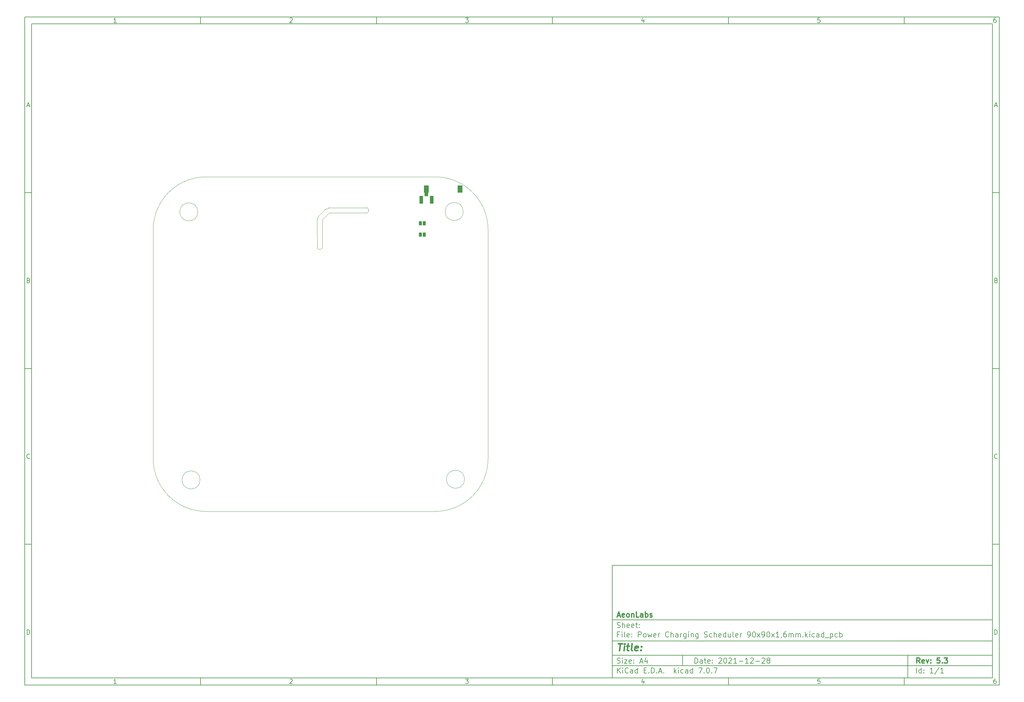
<source format=gbr>
G04 #@! TF.GenerationSoftware,KiCad,Pcbnew,7.0.7*
G04 #@! TF.CreationDate,2023-09-27T18:33:17+02:00*
G04 #@! TF.ProjectId,Power Charging Scheduler 90x90x1_6mm,506f7765-7220-4436-9861-7267696e6720,5.3*
G04 #@! TF.SameCoordinates,Original*
G04 #@! TF.FileFunction,Paste,Bot*
G04 #@! TF.FilePolarity,Positive*
%FSLAX46Y46*%
G04 Gerber Fmt 4.6, Leading zero omitted, Abs format (unit mm)*
G04 Created by KiCad (PCBNEW 7.0.7) date 2023-09-27 18:33:17*
%MOMM*%
%LPD*%
G01*
G04 APERTURE LIST*
G04 Aperture macros list*
%AMRoundRect*
0 Rectangle with rounded corners*
0 $1 Rounding radius*
0 $2 $3 $4 $5 $6 $7 $8 $9 X,Y pos of 4 corners*
0 Add a 4 corners polygon primitive as box body*
4,1,4,$2,$3,$4,$5,$6,$7,$8,$9,$2,$3,0*
0 Add four circle primitives for the rounded corners*
1,1,$1+$1,$2,$3*
1,1,$1+$1,$4,$5*
1,1,$1+$1,$6,$7*
1,1,$1+$1,$8,$9*
0 Add four rect primitives between the rounded corners*
20,1,$1+$1,$2,$3,$4,$5,0*
20,1,$1+$1,$4,$5,$6,$7,0*
20,1,$1+$1,$6,$7,$8,$9,0*
20,1,$1+$1,$8,$9,$2,$3,0*%
G04 Aperture macros list end*
%ADD10C,0.100000*%
%ADD11C,0.150000*%
%ADD12C,0.300000*%
%ADD13C,0.400000*%
%ADD14R,1.100000X2.250000*%
%ADD15R,1.050000X1.100000*%
%ADD16R,1.400000X2.100000*%
%ADD17RoundRect,0.124800X-0.275200X0.475200X-0.275200X-0.475200X0.275200X-0.475200X0.275200X0.475200X0*%
G04 #@! TA.AperFunction,Profile*
%ADD18C,0.100000*%
G04 #@! TD*
G04 APERTURE END LIST*
D10*
D11*
X177002200Y-166007200D02*
X285002200Y-166007200D01*
X285002200Y-198007200D01*
X177002200Y-198007200D01*
X177002200Y-166007200D01*
D10*
D11*
X10000000Y-10000000D02*
X287002200Y-10000000D01*
X287002200Y-200007200D01*
X10000000Y-200007200D01*
X10000000Y-10000000D01*
D10*
D11*
X12000000Y-12000000D02*
X285002200Y-12000000D01*
X285002200Y-198007200D01*
X12000000Y-198007200D01*
X12000000Y-12000000D01*
D10*
D11*
X60000000Y-12000000D02*
X60000000Y-10000000D01*
D10*
D11*
X110000000Y-12000000D02*
X110000000Y-10000000D01*
D10*
D11*
X160000000Y-12000000D02*
X160000000Y-10000000D01*
D10*
D11*
X210000000Y-12000000D02*
X210000000Y-10000000D01*
D10*
D11*
X260000000Y-12000000D02*
X260000000Y-10000000D01*
D10*
D11*
X36089160Y-11593604D02*
X35346303Y-11593604D01*
X35717731Y-11593604D02*
X35717731Y-10293604D01*
X35717731Y-10293604D02*
X35593922Y-10479319D01*
X35593922Y-10479319D02*
X35470112Y-10603128D01*
X35470112Y-10603128D02*
X35346303Y-10665033D01*
D10*
D11*
X85346303Y-10417414D02*
X85408207Y-10355509D01*
X85408207Y-10355509D02*
X85532017Y-10293604D01*
X85532017Y-10293604D02*
X85841541Y-10293604D01*
X85841541Y-10293604D02*
X85965350Y-10355509D01*
X85965350Y-10355509D02*
X86027255Y-10417414D01*
X86027255Y-10417414D02*
X86089160Y-10541223D01*
X86089160Y-10541223D02*
X86089160Y-10665033D01*
X86089160Y-10665033D02*
X86027255Y-10850747D01*
X86027255Y-10850747D02*
X85284398Y-11593604D01*
X85284398Y-11593604D02*
X86089160Y-11593604D01*
D10*
D11*
X135284398Y-10293604D02*
X136089160Y-10293604D01*
X136089160Y-10293604D02*
X135655826Y-10788842D01*
X135655826Y-10788842D02*
X135841541Y-10788842D01*
X135841541Y-10788842D02*
X135965350Y-10850747D01*
X135965350Y-10850747D02*
X136027255Y-10912652D01*
X136027255Y-10912652D02*
X136089160Y-11036461D01*
X136089160Y-11036461D02*
X136089160Y-11345985D01*
X136089160Y-11345985D02*
X136027255Y-11469795D01*
X136027255Y-11469795D02*
X135965350Y-11531700D01*
X135965350Y-11531700D02*
X135841541Y-11593604D01*
X135841541Y-11593604D02*
X135470112Y-11593604D01*
X135470112Y-11593604D02*
X135346303Y-11531700D01*
X135346303Y-11531700D02*
X135284398Y-11469795D01*
D10*
D11*
X185965350Y-10726938D02*
X185965350Y-11593604D01*
X185655826Y-10231700D02*
X185346303Y-11160271D01*
X185346303Y-11160271D02*
X186151064Y-11160271D01*
D10*
D11*
X236027255Y-10293604D02*
X235408207Y-10293604D01*
X235408207Y-10293604D02*
X235346303Y-10912652D01*
X235346303Y-10912652D02*
X235408207Y-10850747D01*
X235408207Y-10850747D02*
X235532017Y-10788842D01*
X235532017Y-10788842D02*
X235841541Y-10788842D01*
X235841541Y-10788842D02*
X235965350Y-10850747D01*
X235965350Y-10850747D02*
X236027255Y-10912652D01*
X236027255Y-10912652D02*
X236089160Y-11036461D01*
X236089160Y-11036461D02*
X236089160Y-11345985D01*
X236089160Y-11345985D02*
X236027255Y-11469795D01*
X236027255Y-11469795D02*
X235965350Y-11531700D01*
X235965350Y-11531700D02*
X235841541Y-11593604D01*
X235841541Y-11593604D02*
X235532017Y-11593604D01*
X235532017Y-11593604D02*
X235408207Y-11531700D01*
X235408207Y-11531700D02*
X235346303Y-11469795D01*
D10*
D11*
X285965350Y-10293604D02*
X285717731Y-10293604D01*
X285717731Y-10293604D02*
X285593922Y-10355509D01*
X285593922Y-10355509D02*
X285532017Y-10417414D01*
X285532017Y-10417414D02*
X285408207Y-10603128D01*
X285408207Y-10603128D02*
X285346303Y-10850747D01*
X285346303Y-10850747D02*
X285346303Y-11345985D01*
X285346303Y-11345985D02*
X285408207Y-11469795D01*
X285408207Y-11469795D02*
X285470112Y-11531700D01*
X285470112Y-11531700D02*
X285593922Y-11593604D01*
X285593922Y-11593604D02*
X285841541Y-11593604D01*
X285841541Y-11593604D02*
X285965350Y-11531700D01*
X285965350Y-11531700D02*
X286027255Y-11469795D01*
X286027255Y-11469795D02*
X286089160Y-11345985D01*
X286089160Y-11345985D02*
X286089160Y-11036461D01*
X286089160Y-11036461D02*
X286027255Y-10912652D01*
X286027255Y-10912652D02*
X285965350Y-10850747D01*
X285965350Y-10850747D02*
X285841541Y-10788842D01*
X285841541Y-10788842D02*
X285593922Y-10788842D01*
X285593922Y-10788842D02*
X285470112Y-10850747D01*
X285470112Y-10850747D02*
X285408207Y-10912652D01*
X285408207Y-10912652D02*
X285346303Y-11036461D01*
D10*
D11*
X60000000Y-198007200D02*
X60000000Y-200007200D01*
D10*
D11*
X110000000Y-198007200D02*
X110000000Y-200007200D01*
D10*
D11*
X160000000Y-198007200D02*
X160000000Y-200007200D01*
D10*
D11*
X210000000Y-198007200D02*
X210000000Y-200007200D01*
D10*
D11*
X260000000Y-198007200D02*
X260000000Y-200007200D01*
D10*
D11*
X36089160Y-199600804D02*
X35346303Y-199600804D01*
X35717731Y-199600804D02*
X35717731Y-198300804D01*
X35717731Y-198300804D02*
X35593922Y-198486519D01*
X35593922Y-198486519D02*
X35470112Y-198610328D01*
X35470112Y-198610328D02*
X35346303Y-198672233D01*
D10*
D11*
X85346303Y-198424614D02*
X85408207Y-198362709D01*
X85408207Y-198362709D02*
X85532017Y-198300804D01*
X85532017Y-198300804D02*
X85841541Y-198300804D01*
X85841541Y-198300804D02*
X85965350Y-198362709D01*
X85965350Y-198362709D02*
X86027255Y-198424614D01*
X86027255Y-198424614D02*
X86089160Y-198548423D01*
X86089160Y-198548423D02*
X86089160Y-198672233D01*
X86089160Y-198672233D02*
X86027255Y-198857947D01*
X86027255Y-198857947D02*
X85284398Y-199600804D01*
X85284398Y-199600804D02*
X86089160Y-199600804D01*
D10*
D11*
X135284398Y-198300804D02*
X136089160Y-198300804D01*
X136089160Y-198300804D02*
X135655826Y-198796042D01*
X135655826Y-198796042D02*
X135841541Y-198796042D01*
X135841541Y-198796042D02*
X135965350Y-198857947D01*
X135965350Y-198857947D02*
X136027255Y-198919852D01*
X136027255Y-198919852D02*
X136089160Y-199043661D01*
X136089160Y-199043661D02*
X136089160Y-199353185D01*
X136089160Y-199353185D02*
X136027255Y-199476995D01*
X136027255Y-199476995D02*
X135965350Y-199538900D01*
X135965350Y-199538900D02*
X135841541Y-199600804D01*
X135841541Y-199600804D02*
X135470112Y-199600804D01*
X135470112Y-199600804D02*
X135346303Y-199538900D01*
X135346303Y-199538900D02*
X135284398Y-199476995D01*
D10*
D11*
X185965350Y-198734138D02*
X185965350Y-199600804D01*
X185655826Y-198238900D02*
X185346303Y-199167471D01*
X185346303Y-199167471D02*
X186151064Y-199167471D01*
D10*
D11*
X236027255Y-198300804D02*
X235408207Y-198300804D01*
X235408207Y-198300804D02*
X235346303Y-198919852D01*
X235346303Y-198919852D02*
X235408207Y-198857947D01*
X235408207Y-198857947D02*
X235532017Y-198796042D01*
X235532017Y-198796042D02*
X235841541Y-198796042D01*
X235841541Y-198796042D02*
X235965350Y-198857947D01*
X235965350Y-198857947D02*
X236027255Y-198919852D01*
X236027255Y-198919852D02*
X236089160Y-199043661D01*
X236089160Y-199043661D02*
X236089160Y-199353185D01*
X236089160Y-199353185D02*
X236027255Y-199476995D01*
X236027255Y-199476995D02*
X235965350Y-199538900D01*
X235965350Y-199538900D02*
X235841541Y-199600804D01*
X235841541Y-199600804D02*
X235532017Y-199600804D01*
X235532017Y-199600804D02*
X235408207Y-199538900D01*
X235408207Y-199538900D02*
X235346303Y-199476995D01*
D10*
D11*
X285965350Y-198300804D02*
X285717731Y-198300804D01*
X285717731Y-198300804D02*
X285593922Y-198362709D01*
X285593922Y-198362709D02*
X285532017Y-198424614D01*
X285532017Y-198424614D02*
X285408207Y-198610328D01*
X285408207Y-198610328D02*
X285346303Y-198857947D01*
X285346303Y-198857947D02*
X285346303Y-199353185D01*
X285346303Y-199353185D02*
X285408207Y-199476995D01*
X285408207Y-199476995D02*
X285470112Y-199538900D01*
X285470112Y-199538900D02*
X285593922Y-199600804D01*
X285593922Y-199600804D02*
X285841541Y-199600804D01*
X285841541Y-199600804D02*
X285965350Y-199538900D01*
X285965350Y-199538900D02*
X286027255Y-199476995D01*
X286027255Y-199476995D02*
X286089160Y-199353185D01*
X286089160Y-199353185D02*
X286089160Y-199043661D01*
X286089160Y-199043661D02*
X286027255Y-198919852D01*
X286027255Y-198919852D02*
X285965350Y-198857947D01*
X285965350Y-198857947D02*
X285841541Y-198796042D01*
X285841541Y-198796042D02*
X285593922Y-198796042D01*
X285593922Y-198796042D02*
X285470112Y-198857947D01*
X285470112Y-198857947D02*
X285408207Y-198919852D01*
X285408207Y-198919852D02*
X285346303Y-199043661D01*
D10*
D11*
X10000000Y-60000000D02*
X12000000Y-60000000D01*
D10*
D11*
X10000000Y-110000000D02*
X12000000Y-110000000D01*
D10*
D11*
X10000000Y-160000000D02*
X12000000Y-160000000D01*
D10*
D11*
X10690476Y-35222176D02*
X11309523Y-35222176D01*
X10566666Y-35593604D02*
X10999999Y-34293604D01*
X10999999Y-34293604D02*
X11433333Y-35593604D01*
D10*
D11*
X11092857Y-84912652D02*
X11278571Y-84974557D01*
X11278571Y-84974557D02*
X11340476Y-85036461D01*
X11340476Y-85036461D02*
X11402380Y-85160271D01*
X11402380Y-85160271D02*
X11402380Y-85345985D01*
X11402380Y-85345985D02*
X11340476Y-85469795D01*
X11340476Y-85469795D02*
X11278571Y-85531700D01*
X11278571Y-85531700D02*
X11154761Y-85593604D01*
X11154761Y-85593604D02*
X10659523Y-85593604D01*
X10659523Y-85593604D02*
X10659523Y-84293604D01*
X10659523Y-84293604D02*
X11092857Y-84293604D01*
X11092857Y-84293604D02*
X11216666Y-84355509D01*
X11216666Y-84355509D02*
X11278571Y-84417414D01*
X11278571Y-84417414D02*
X11340476Y-84541223D01*
X11340476Y-84541223D02*
X11340476Y-84665033D01*
X11340476Y-84665033D02*
X11278571Y-84788842D01*
X11278571Y-84788842D02*
X11216666Y-84850747D01*
X11216666Y-84850747D02*
X11092857Y-84912652D01*
X11092857Y-84912652D02*
X10659523Y-84912652D01*
D10*
D11*
X11402380Y-135469795D02*
X11340476Y-135531700D01*
X11340476Y-135531700D02*
X11154761Y-135593604D01*
X11154761Y-135593604D02*
X11030952Y-135593604D01*
X11030952Y-135593604D02*
X10845238Y-135531700D01*
X10845238Y-135531700D02*
X10721428Y-135407890D01*
X10721428Y-135407890D02*
X10659523Y-135284080D01*
X10659523Y-135284080D02*
X10597619Y-135036461D01*
X10597619Y-135036461D02*
X10597619Y-134850747D01*
X10597619Y-134850747D02*
X10659523Y-134603128D01*
X10659523Y-134603128D02*
X10721428Y-134479319D01*
X10721428Y-134479319D02*
X10845238Y-134355509D01*
X10845238Y-134355509D02*
X11030952Y-134293604D01*
X11030952Y-134293604D02*
X11154761Y-134293604D01*
X11154761Y-134293604D02*
X11340476Y-134355509D01*
X11340476Y-134355509D02*
X11402380Y-134417414D01*
D10*
D11*
X10659523Y-185593604D02*
X10659523Y-184293604D01*
X10659523Y-184293604D02*
X10969047Y-184293604D01*
X10969047Y-184293604D02*
X11154761Y-184355509D01*
X11154761Y-184355509D02*
X11278571Y-184479319D01*
X11278571Y-184479319D02*
X11340476Y-184603128D01*
X11340476Y-184603128D02*
X11402380Y-184850747D01*
X11402380Y-184850747D02*
X11402380Y-185036461D01*
X11402380Y-185036461D02*
X11340476Y-185284080D01*
X11340476Y-185284080D02*
X11278571Y-185407890D01*
X11278571Y-185407890D02*
X11154761Y-185531700D01*
X11154761Y-185531700D02*
X10969047Y-185593604D01*
X10969047Y-185593604D02*
X10659523Y-185593604D01*
D10*
D11*
X287002200Y-60000000D02*
X285002200Y-60000000D01*
D10*
D11*
X287002200Y-110000000D02*
X285002200Y-110000000D01*
D10*
D11*
X287002200Y-160000000D02*
X285002200Y-160000000D01*
D10*
D11*
X285692676Y-35222176D02*
X286311723Y-35222176D01*
X285568866Y-35593604D02*
X286002199Y-34293604D01*
X286002199Y-34293604D02*
X286435533Y-35593604D01*
D10*
D11*
X286095057Y-84912652D02*
X286280771Y-84974557D01*
X286280771Y-84974557D02*
X286342676Y-85036461D01*
X286342676Y-85036461D02*
X286404580Y-85160271D01*
X286404580Y-85160271D02*
X286404580Y-85345985D01*
X286404580Y-85345985D02*
X286342676Y-85469795D01*
X286342676Y-85469795D02*
X286280771Y-85531700D01*
X286280771Y-85531700D02*
X286156961Y-85593604D01*
X286156961Y-85593604D02*
X285661723Y-85593604D01*
X285661723Y-85593604D02*
X285661723Y-84293604D01*
X285661723Y-84293604D02*
X286095057Y-84293604D01*
X286095057Y-84293604D02*
X286218866Y-84355509D01*
X286218866Y-84355509D02*
X286280771Y-84417414D01*
X286280771Y-84417414D02*
X286342676Y-84541223D01*
X286342676Y-84541223D02*
X286342676Y-84665033D01*
X286342676Y-84665033D02*
X286280771Y-84788842D01*
X286280771Y-84788842D02*
X286218866Y-84850747D01*
X286218866Y-84850747D02*
X286095057Y-84912652D01*
X286095057Y-84912652D02*
X285661723Y-84912652D01*
D10*
D11*
X286404580Y-135469795D02*
X286342676Y-135531700D01*
X286342676Y-135531700D02*
X286156961Y-135593604D01*
X286156961Y-135593604D02*
X286033152Y-135593604D01*
X286033152Y-135593604D02*
X285847438Y-135531700D01*
X285847438Y-135531700D02*
X285723628Y-135407890D01*
X285723628Y-135407890D02*
X285661723Y-135284080D01*
X285661723Y-135284080D02*
X285599819Y-135036461D01*
X285599819Y-135036461D02*
X285599819Y-134850747D01*
X285599819Y-134850747D02*
X285661723Y-134603128D01*
X285661723Y-134603128D02*
X285723628Y-134479319D01*
X285723628Y-134479319D02*
X285847438Y-134355509D01*
X285847438Y-134355509D02*
X286033152Y-134293604D01*
X286033152Y-134293604D02*
X286156961Y-134293604D01*
X286156961Y-134293604D02*
X286342676Y-134355509D01*
X286342676Y-134355509D02*
X286404580Y-134417414D01*
D10*
D11*
X285661723Y-185593604D02*
X285661723Y-184293604D01*
X285661723Y-184293604D02*
X285971247Y-184293604D01*
X285971247Y-184293604D02*
X286156961Y-184355509D01*
X286156961Y-184355509D02*
X286280771Y-184479319D01*
X286280771Y-184479319D02*
X286342676Y-184603128D01*
X286342676Y-184603128D02*
X286404580Y-184850747D01*
X286404580Y-184850747D02*
X286404580Y-185036461D01*
X286404580Y-185036461D02*
X286342676Y-185284080D01*
X286342676Y-185284080D02*
X286280771Y-185407890D01*
X286280771Y-185407890D02*
X286156961Y-185531700D01*
X286156961Y-185531700D02*
X285971247Y-185593604D01*
X285971247Y-185593604D02*
X285661723Y-185593604D01*
D10*
D11*
X200458026Y-193793328D02*
X200458026Y-192293328D01*
X200458026Y-192293328D02*
X200815169Y-192293328D01*
X200815169Y-192293328D02*
X201029455Y-192364757D01*
X201029455Y-192364757D02*
X201172312Y-192507614D01*
X201172312Y-192507614D02*
X201243741Y-192650471D01*
X201243741Y-192650471D02*
X201315169Y-192936185D01*
X201315169Y-192936185D02*
X201315169Y-193150471D01*
X201315169Y-193150471D02*
X201243741Y-193436185D01*
X201243741Y-193436185D02*
X201172312Y-193579042D01*
X201172312Y-193579042D02*
X201029455Y-193721900D01*
X201029455Y-193721900D02*
X200815169Y-193793328D01*
X200815169Y-193793328D02*
X200458026Y-193793328D01*
X202600884Y-193793328D02*
X202600884Y-193007614D01*
X202600884Y-193007614D02*
X202529455Y-192864757D01*
X202529455Y-192864757D02*
X202386598Y-192793328D01*
X202386598Y-192793328D02*
X202100884Y-192793328D01*
X202100884Y-192793328D02*
X201958026Y-192864757D01*
X202600884Y-193721900D02*
X202458026Y-193793328D01*
X202458026Y-193793328D02*
X202100884Y-193793328D01*
X202100884Y-193793328D02*
X201958026Y-193721900D01*
X201958026Y-193721900D02*
X201886598Y-193579042D01*
X201886598Y-193579042D02*
X201886598Y-193436185D01*
X201886598Y-193436185D02*
X201958026Y-193293328D01*
X201958026Y-193293328D02*
X202100884Y-193221900D01*
X202100884Y-193221900D02*
X202458026Y-193221900D01*
X202458026Y-193221900D02*
X202600884Y-193150471D01*
X203100884Y-192793328D02*
X203672312Y-192793328D01*
X203315169Y-192293328D02*
X203315169Y-193579042D01*
X203315169Y-193579042D02*
X203386598Y-193721900D01*
X203386598Y-193721900D02*
X203529455Y-193793328D01*
X203529455Y-193793328D02*
X203672312Y-193793328D01*
X204743741Y-193721900D02*
X204600884Y-193793328D01*
X204600884Y-193793328D02*
X204315170Y-193793328D01*
X204315170Y-193793328D02*
X204172312Y-193721900D01*
X204172312Y-193721900D02*
X204100884Y-193579042D01*
X204100884Y-193579042D02*
X204100884Y-193007614D01*
X204100884Y-193007614D02*
X204172312Y-192864757D01*
X204172312Y-192864757D02*
X204315170Y-192793328D01*
X204315170Y-192793328D02*
X204600884Y-192793328D01*
X204600884Y-192793328D02*
X204743741Y-192864757D01*
X204743741Y-192864757D02*
X204815170Y-193007614D01*
X204815170Y-193007614D02*
X204815170Y-193150471D01*
X204815170Y-193150471D02*
X204100884Y-193293328D01*
X205458026Y-193650471D02*
X205529455Y-193721900D01*
X205529455Y-193721900D02*
X205458026Y-193793328D01*
X205458026Y-193793328D02*
X205386598Y-193721900D01*
X205386598Y-193721900D02*
X205458026Y-193650471D01*
X205458026Y-193650471D02*
X205458026Y-193793328D01*
X205458026Y-192864757D02*
X205529455Y-192936185D01*
X205529455Y-192936185D02*
X205458026Y-193007614D01*
X205458026Y-193007614D02*
X205386598Y-192936185D01*
X205386598Y-192936185D02*
X205458026Y-192864757D01*
X205458026Y-192864757D02*
X205458026Y-193007614D01*
X207243741Y-192436185D02*
X207315169Y-192364757D01*
X207315169Y-192364757D02*
X207458027Y-192293328D01*
X207458027Y-192293328D02*
X207815169Y-192293328D01*
X207815169Y-192293328D02*
X207958027Y-192364757D01*
X207958027Y-192364757D02*
X208029455Y-192436185D01*
X208029455Y-192436185D02*
X208100884Y-192579042D01*
X208100884Y-192579042D02*
X208100884Y-192721900D01*
X208100884Y-192721900D02*
X208029455Y-192936185D01*
X208029455Y-192936185D02*
X207172312Y-193793328D01*
X207172312Y-193793328D02*
X208100884Y-193793328D01*
X209029455Y-192293328D02*
X209172312Y-192293328D01*
X209172312Y-192293328D02*
X209315169Y-192364757D01*
X209315169Y-192364757D02*
X209386598Y-192436185D01*
X209386598Y-192436185D02*
X209458026Y-192579042D01*
X209458026Y-192579042D02*
X209529455Y-192864757D01*
X209529455Y-192864757D02*
X209529455Y-193221900D01*
X209529455Y-193221900D02*
X209458026Y-193507614D01*
X209458026Y-193507614D02*
X209386598Y-193650471D01*
X209386598Y-193650471D02*
X209315169Y-193721900D01*
X209315169Y-193721900D02*
X209172312Y-193793328D01*
X209172312Y-193793328D02*
X209029455Y-193793328D01*
X209029455Y-193793328D02*
X208886598Y-193721900D01*
X208886598Y-193721900D02*
X208815169Y-193650471D01*
X208815169Y-193650471D02*
X208743740Y-193507614D01*
X208743740Y-193507614D02*
X208672312Y-193221900D01*
X208672312Y-193221900D02*
X208672312Y-192864757D01*
X208672312Y-192864757D02*
X208743740Y-192579042D01*
X208743740Y-192579042D02*
X208815169Y-192436185D01*
X208815169Y-192436185D02*
X208886598Y-192364757D01*
X208886598Y-192364757D02*
X209029455Y-192293328D01*
X210100883Y-192436185D02*
X210172311Y-192364757D01*
X210172311Y-192364757D02*
X210315169Y-192293328D01*
X210315169Y-192293328D02*
X210672311Y-192293328D01*
X210672311Y-192293328D02*
X210815169Y-192364757D01*
X210815169Y-192364757D02*
X210886597Y-192436185D01*
X210886597Y-192436185D02*
X210958026Y-192579042D01*
X210958026Y-192579042D02*
X210958026Y-192721900D01*
X210958026Y-192721900D02*
X210886597Y-192936185D01*
X210886597Y-192936185D02*
X210029454Y-193793328D01*
X210029454Y-193793328D02*
X210958026Y-193793328D01*
X212386597Y-193793328D02*
X211529454Y-193793328D01*
X211958025Y-193793328D02*
X211958025Y-192293328D01*
X211958025Y-192293328D02*
X211815168Y-192507614D01*
X211815168Y-192507614D02*
X211672311Y-192650471D01*
X211672311Y-192650471D02*
X211529454Y-192721900D01*
X213029453Y-193221900D02*
X214172311Y-193221900D01*
X215672311Y-193793328D02*
X214815168Y-193793328D01*
X215243739Y-193793328D02*
X215243739Y-192293328D01*
X215243739Y-192293328D02*
X215100882Y-192507614D01*
X215100882Y-192507614D02*
X214958025Y-192650471D01*
X214958025Y-192650471D02*
X214815168Y-192721900D01*
X216243739Y-192436185D02*
X216315167Y-192364757D01*
X216315167Y-192364757D02*
X216458025Y-192293328D01*
X216458025Y-192293328D02*
X216815167Y-192293328D01*
X216815167Y-192293328D02*
X216958025Y-192364757D01*
X216958025Y-192364757D02*
X217029453Y-192436185D01*
X217029453Y-192436185D02*
X217100882Y-192579042D01*
X217100882Y-192579042D02*
X217100882Y-192721900D01*
X217100882Y-192721900D02*
X217029453Y-192936185D01*
X217029453Y-192936185D02*
X216172310Y-193793328D01*
X216172310Y-193793328D02*
X217100882Y-193793328D01*
X217743738Y-193221900D02*
X218886596Y-193221900D01*
X219529453Y-192436185D02*
X219600881Y-192364757D01*
X219600881Y-192364757D02*
X219743739Y-192293328D01*
X219743739Y-192293328D02*
X220100881Y-192293328D01*
X220100881Y-192293328D02*
X220243739Y-192364757D01*
X220243739Y-192364757D02*
X220315167Y-192436185D01*
X220315167Y-192436185D02*
X220386596Y-192579042D01*
X220386596Y-192579042D02*
X220386596Y-192721900D01*
X220386596Y-192721900D02*
X220315167Y-192936185D01*
X220315167Y-192936185D02*
X219458024Y-193793328D01*
X219458024Y-193793328D02*
X220386596Y-193793328D01*
X221243738Y-192936185D02*
X221100881Y-192864757D01*
X221100881Y-192864757D02*
X221029452Y-192793328D01*
X221029452Y-192793328D02*
X220958024Y-192650471D01*
X220958024Y-192650471D02*
X220958024Y-192579042D01*
X220958024Y-192579042D02*
X221029452Y-192436185D01*
X221029452Y-192436185D02*
X221100881Y-192364757D01*
X221100881Y-192364757D02*
X221243738Y-192293328D01*
X221243738Y-192293328D02*
X221529452Y-192293328D01*
X221529452Y-192293328D02*
X221672310Y-192364757D01*
X221672310Y-192364757D02*
X221743738Y-192436185D01*
X221743738Y-192436185D02*
X221815167Y-192579042D01*
X221815167Y-192579042D02*
X221815167Y-192650471D01*
X221815167Y-192650471D02*
X221743738Y-192793328D01*
X221743738Y-192793328D02*
X221672310Y-192864757D01*
X221672310Y-192864757D02*
X221529452Y-192936185D01*
X221529452Y-192936185D02*
X221243738Y-192936185D01*
X221243738Y-192936185D02*
X221100881Y-193007614D01*
X221100881Y-193007614D02*
X221029452Y-193079042D01*
X221029452Y-193079042D02*
X220958024Y-193221900D01*
X220958024Y-193221900D02*
X220958024Y-193507614D01*
X220958024Y-193507614D02*
X221029452Y-193650471D01*
X221029452Y-193650471D02*
X221100881Y-193721900D01*
X221100881Y-193721900D02*
X221243738Y-193793328D01*
X221243738Y-193793328D02*
X221529452Y-193793328D01*
X221529452Y-193793328D02*
X221672310Y-193721900D01*
X221672310Y-193721900D02*
X221743738Y-193650471D01*
X221743738Y-193650471D02*
X221815167Y-193507614D01*
X221815167Y-193507614D02*
X221815167Y-193221900D01*
X221815167Y-193221900D02*
X221743738Y-193079042D01*
X221743738Y-193079042D02*
X221672310Y-193007614D01*
X221672310Y-193007614D02*
X221529452Y-192936185D01*
D10*
D11*
X177002200Y-194507200D02*
X285002200Y-194507200D01*
D10*
D11*
X178458026Y-196593328D02*
X178458026Y-195093328D01*
X179315169Y-196593328D02*
X178672312Y-195736185D01*
X179315169Y-195093328D02*
X178458026Y-195950471D01*
X179958026Y-196593328D02*
X179958026Y-195593328D01*
X179958026Y-195093328D02*
X179886598Y-195164757D01*
X179886598Y-195164757D02*
X179958026Y-195236185D01*
X179958026Y-195236185D02*
X180029455Y-195164757D01*
X180029455Y-195164757D02*
X179958026Y-195093328D01*
X179958026Y-195093328D02*
X179958026Y-195236185D01*
X181529455Y-196450471D02*
X181458027Y-196521900D01*
X181458027Y-196521900D02*
X181243741Y-196593328D01*
X181243741Y-196593328D02*
X181100884Y-196593328D01*
X181100884Y-196593328D02*
X180886598Y-196521900D01*
X180886598Y-196521900D02*
X180743741Y-196379042D01*
X180743741Y-196379042D02*
X180672312Y-196236185D01*
X180672312Y-196236185D02*
X180600884Y-195950471D01*
X180600884Y-195950471D02*
X180600884Y-195736185D01*
X180600884Y-195736185D02*
X180672312Y-195450471D01*
X180672312Y-195450471D02*
X180743741Y-195307614D01*
X180743741Y-195307614D02*
X180886598Y-195164757D01*
X180886598Y-195164757D02*
X181100884Y-195093328D01*
X181100884Y-195093328D02*
X181243741Y-195093328D01*
X181243741Y-195093328D02*
X181458027Y-195164757D01*
X181458027Y-195164757D02*
X181529455Y-195236185D01*
X182815170Y-196593328D02*
X182815170Y-195807614D01*
X182815170Y-195807614D02*
X182743741Y-195664757D01*
X182743741Y-195664757D02*
X182600884Y-195593328D01*
X182600884Y-195593328D02*
X182315170Y-195593328D01*
X182315170Y-195593328D02*
X182172312Y-195664757D01*
X182815170Y-196521900D02*
X182672312Y-196593328D01*
X182672312Y-196593328D02*
X182315170Y-196593328D01*
X182315170Y-196593328D02*
X182172312Y-196521900D01*
X182172312Y-196521900D02*
X182100884Y-196379042D01*
X182100884Y-196379042D02*
X182100884Y-196236185D01*
X182100884Y-196236185D02*
X182172312Y-196093328D01*
X182172312Y-196093328D02*
X182315170Y-196021900D01*
X182315170Y-196021900D02*
X182672312Y-196021900D01*
X182672312Y-196021900D02*
X182815170Y-195950471D01*
X184172313Y-196593328D02*
X184172313Y-195093328D01*
X184172313Y-196521900D02*
X184029455Y-196593328D01*
X184029455Y-196593328D02*
X183743741Y-196593328D01*
X183743741Y-196593328D02*
X183600884Y-196521900D01*
X183600884Y-196521900D02*
X183529455Y-196450471D01*
X183529455Y-196450471D02*
X183458027Y-196307614D01*
X183458027Y-196307614D02*
X183458027Y-195879042D01*
X183458027Y-195879042D02*
X183529455Y-195736185D01*
X183529455Y-195736185D02*
X183600884Y-195664757D01*
X183600884Y-195664757D02*
X183743741Y-195593328D01*
X183743741Y-195593328D02*
X184029455Y-195593328D01*
X184029455Y-195593328D02*
X184172313Y-195664757D01*
X186029455Y-195807614D02*
X186529455Y-195807614D01*
X186743741Y-196593328D02*
X186029455Y-196593328D01*
X186029455Y-196593328D02*
X186029455Y-195093328D01*
X186029455Y-195093328D02*
X186743741Y-195093328D01*
X187386598Y-196450471D02*
X187458027Y-196521900D01*
X187458027Y-196521900D02*
X187386598Y-196593328D01*
X187386598Y-196593328D02*
X187315170Y-196521900D01*
X187315170Y-196521900D02*
X187386598Y-196450471D01*
X187386598Y-196450471D02*
X187386598Y-196593328D01*
X188100884Y-196593328D02*
X188100884Y-195093328D01*
X188100884Y-195093328D02*
X188458027Y-195093328D01*
X188458027Y-195093328D02*
X188672313Y-195164757D01*
X188672313Y-195164757D02*
X188815170Y-195307614D01*
X188815170Y-195307614D02*
X188886599Y-195450471D01*
X188886599Y-195450471D02*
X188958027Y-195736185D01*
X188958027Y-195736185D02*
X188958027Y-195950471D01*
X188958027Y-195950471D02*
X188886599Y-196236185D01*
X188886599Y-196236185D02*
X188815170Y-196379042D01*
X188815170Y-196379042D02*
X188672313Y-196521900D01*
X188672313Y-196521900D02*
X188458027Y-196593328D01*
X188458027Y-196593328D02*
X188100884Y-196593328D01*
X189600884Y-196450471D02*
X189672313Y-196521900D01*
X189672313Y-196521900D02*
X189600884Y-196593328D01*
X189600884Y-196593328D02*
X189529456Y-196521900D01*
X189529456Y-196521900D02*
X189600884Y-196450471D01*
X189600884Y-196450471D02*
X189600884Y-196593328D01*
X190243742Y-196164757D02*
X190958028Y-196164757D01*
X190100885Y-196593328D02*
X190600885Y-195093328D01*
X190600885Y-195093328D02*
X191100885Y-196593328D01*
X191600884Y-196450471D02*
X191672313Y-196521900D01*
X191672313Y-196521900D02*
X191600884Y-196593328D01*
X191600884Y-196593328D02*
X191529456Y-196521900D01*
X191529456Y-196521900D02*
X191600884Y-196450471D01*
X191600884Y-196450471D02*
X191600884Y-196593328D01*
X194600884Y-196593328D02*
X194600884Y-195093328D01*
X194743742Y-196021900D02*
X195172313Y-196593328D01*
X195172313Y-195593328D02*
X194600884Y-196164757D01*
X195815170Y-196593328D02*
X195815170Y-195593328D01*
X195815170Y-195093328D02*
X195743742Y-195164757D01*
X195743742Y-195164757D02*
X195815170Y-195236185D01*
X195815170Y-195236185D02*
X195886599Y-195164757D01*
X195886599Y-195164757D02*
X195815170Y-195093328D01*
X195815170Y-195093328D02*
X195815170Y-195236185D01*
X197172314Y-196521900D02*
X197029456Y-196593328D01*
X197029456Y-196593328D02*
X196743742Y-196593328D01*
X196743742Y-196593328D02*
X196600885Y-196521900D01*
X196600885Y-196521900D02*
X196529456Y-196450471D01*
X196529456Y-196450471D02*
X196458028Y-196307614D01*
X196458028Y-196307614D02*
X196458028Y-195879042D01*
X196458028Y-195879042D02*
X196529456Y-195736185D01*
X196529456Y-195736185D02*
X196600885Y-195664757D01*
X196600885Y-195664757D02*
X196743742Y-195593328D01*
X196743742Y-195593328D02*
X197029456Y-195593328D01*
X197029456Y-195593328D02*
X197172314Y-195664757D01*
X198458028Y-196593328D02*
X198458028Y-195807614D01*
X198458028Y-195807614D02*
X198386599Y-195664757D01*
X198386599Y-195664757D02*
X198243742Y-195593328D01*
X198243742Y-195593328D02*
X197958028Y-195593328D01*
X197958028Y-195593328D02*
X197815170Y-195664757D01*
X198458028Y-196521900D02*
X198315170Y-196593328D01*
X198315170Y-196593328D02*
X197958028Y-196593328D01*
X197958028Y-196593328D02*
X197815170Y-196521900D01*
X197815170Y-196521900D02*
X197743742Y-196379042D01*
X197743742Y-196379042D02*
X197743742Y-196236185D01*
X197743742Y-196236185D02*
X197815170Y-196093328D01*
X197815170Y-196093328D02*
X197958028Y-196021900D01*
X197958028Y-196021900D02*
X198315170Y-196021900D01*
X198315170Y-196021900D02*
X198458028Y-195950471D01*
X199815171Y-196593328D02*
X199815171Y-195093328D01*
X199815171Y-196521900D02*
X199672313Y-196593328D01*
X199672313Y-196593328D02*
X199386599Y-196593328D01*
X199386599Y-196593328D02*
X199243742Y-196521900D01*
X199243742Y-196521900D02*
X199172313Y-196450471D01*
X199172313Y-196450471D02*
X199100885Y-196307614D01*
X199100885Y-196307614D02*
X199100885Y-195879042D01*
X199100885Y-195879042D02*
X199172313Y-195736185D01*
X199172313Y-195736185D02*
X199243742Y-195664757D01*
X199243742Y-195664757D02*
X199386599Y-195593328D01*
X199386599Y-195593328D02*
X199672313Y-195593328D01*
X199672313Y-195593328D02*
X199815171Y-195664757D01*
X201529456Y-195093328D02*
X202529456Y-195093328D01*
X202529456Y-195093328D02*
X201886599Y-196593328D01*
X203100884Y-196450471D02*
X203172313Y-196521900D01*
X203172313Y-196521900D02*
X203100884Y-196593328D01*
X203100884Y-196593328D02*
X203029456Y-196521900D01*
X203029456Y-196521900D02*
X203100884Y-196450471D01*
X203100884Y-196450471D02*
X203100884Y-196593328D01*
X204100885Y-195093328D02*
X204243742Y-195093328D01*
X204243742Y-195093328D02*
X204386599Y-195164757D01*
X204386599Y-195164757D02*
X204458028Y-195236185D01*
X204458028Y-195236185D02*
X204529456Y-195379042D01*
X204529456Y-195379042D02*
X204600885Y-195664757D01*
X204600885Y-195664757D02*
X204600885Y-196021900D01*
X204600885Y-196021900D02*
X204529456Y-196307614D01*
X204529456Y-196307614D02*
X204458028Y-196450471D01*
X204458028Y-196450471D02*
X204386599Y-196521900D01*
X204386599Y-196521900D02*
X204243742Y-196593328D01*
X204243742Y-196593328D02*
X204100885Y-196593328D01*
X204100885Y-196593328D02*
X203958028Y-196521900D01*
X203958028Y-196521900D02*
X203886599Y-196450471D01*
X203886599Y-196450471D02*
X203815170Y-196307614D01*
X203815170Y-196307614D02*
X203743742Y-196021900D01*
X203743742Y-196021900D02*
X203743742Y-195664757D01*
X203743742Y-195664757D02*
X203815170Y-195379042D01*
X203815170Y-195379042D02*
X203886599Y-195236185D01*
X203886599Y-195236185D02*
X203958028Y-195164757D01*
X203958028Y-195164757D02*
X204100885Y-195093328D01*
X205243741Y-196450471D02*
X205315170Y-196521900D01*
X205315170Y-196521900D02*
X205243741Y-196593328D01*
X205243741Y-196593328D02*
X205172313Y-196521900D01*
X205172313Y-196521900D02*
X205243741Y-196450471D01*
X205243741Y-196450471D02*
X205243741Y-196593328D01*
X205815170Y-195093328D02*
X206815170Y-195093328D01*
X206815170Y-195093328D02*
X206172313Y-196593328D01*
D10*
D11*
X177002200Y-191507200D02*
X285002200Y-191507200D01*
D10*
D12*
X264413853Y-193785528D02*
X263913853Y-193071242D01*
X263556710Y-193785528D02*
X263556710Y-192285528D01*
X263556710Y-192285528D02*
X264128139Y-192285528D01*
X264128139Y-192285528D02*
X264270996Y-192356957D01*
X264270996Y-192356957D02*
X264342425Y-192428385D01*
X264342425Y-192428385D02*
X264413853Y-192571242D01*
X264413853Y-192571242D02*
X264413853Y-192785528D01*
X264413853Y-192785528D02*
X264342425Y-192928385D01*
X264342425Y-192928385D02*
X264270996Y-192999814D01*
X264270996Y-192999814D02*
X264128139Y-193071242D01*
X264128139Y-193071242D02*
X263556710Y-193071242D01*
X265628139Y-193714100D02*
X265485282Y-193785528D01*
X265485282Y-193785528D02*
X265199568Y-193785528D01*
X265199568Y-193785528D02*
X265056710Y-193714100D01*
X265056710Y-193714100D02*
X264985282Y-193571242D01*
X264985282Y-193571242D02*
X264985282Y-192999814D01*
X264985282Y-192999814D02*
X265056710Y-192856957D01*
X265056710Y-192856957D02*
X265199568Y-192785528D01*
X265199568Y-192785528D02*
X265485282Y-192785528D01*
X265485282Y-192785528D02*
X265628139Y-192856957D01*
X265628139Y-192856957D02*
X265699568Y-192999814D01*
X265699568Y-192999814D02*
X265699568Y-193142671D01*
X265699568Y-193142671D02*
X264985282Y-193285528D01*
X266199567Y-192785528D02*
X266556710Y-193785528D01*
X266556710Y-193785528D02*
X266913853Y-192785528D01*
X267485281Y-193642671D02*
X267556710Y-193714100D01*
X267556710Y-193714100D02*
X267485281Y-193785528D01*
X267485281Y-193785528D02*
X267413853Y-193714100D01*
X267413853Y-193714100D02*
X267485281Y-193642671D01*
X267485281Y-193642671D02*
X267485281Y-193785528D01*
X267485281Y-192856957D02*
X267556710Y-192928385D01*
X267556710Y-192928385D02*
X267485281Y-192999814D01*
X267485281Y-192999814D02*
X267413853Y-192928385D01*
X267413853Y-192928385D02*
X267485281Y-192856957D01*
X267485281Y-192856957D02*
X267485281Y-192999814D01*
X270056710Y-192285528D02*
X269342424Y-192285528D01*
X269342424Y-192285528D02*
X269270996Y-192999814D01*
X269270996Y-192999814D02*
X269342424Y-192928385D01*
X269342424Y-192928385D02*
X269485282Y-192856957D01*
X269485282Y-192856957D02*
X269842424Y-192856957D01*
X269842424Y-192856957D02*
X269985282Y-192928385D01*
X269985282Y-192928385D02*
X270056710Y-192999814D01*
X270056710Y-192999814D02*
X270128139Y-193142671D01*
X270128139Y-193142671D02*
X270128139Y-193499814D01*
X270128139Y-193499814D02*
X270056710Y-193642671D01*
X270056710Y-193642671D02*
X269985282Y-193714100D01*
X269985282Y-193714100D02*
X269842424Y-193785528D01*
X269842424Y-193785528D02*
X269485282Y-193785528D01*
X269485282Y-193785528D02*
X269342424Y-193714100D01*
X269342424Y-193714100D02*
X269270996Y-193642671D01*
X270770995Y-193642671D02*
X270842424Y-193714100D01*
X270842424Y-193714100D02*
X270770995Y-193785528D01*
X270770995Y-193785528D02*
X270699567Y-193714100D01*
X270699567Y-193714100D02*
X270770995Y-193642671D01*
X270770995Y-193642671D02*
X270770995Y-193785528D01*
X271342424Y-192285528D02*
X272270996Y-192285528D01*
X272270996Y-192285528D02*
X271770996Y-192856957D01*
X271770996Y-192856957D02*
X271985281Y-192856957D01*
X271985281Y-192856957D02*
X272128139Y-192928385D01*
X272128139Y-192928385D02*
X272199567Y-192999814D01*
X272199567Y-192999814D02*
X272270996Y-193142671D01*
X272270996Y-193142671D02*
X272270996Y-193499814D01*
X272270996Y-193499814D02*
X272199567Y-193642671D01*
X272199567Y-193642671D02*
X272128139Y-193714100D01*
X272128139Y-193714100D02*
X271985281Y-193785528D01*
X271985281Y-193785528D02*
X271556710Y-193785528D01*
X271556710Y-193785528D02*
X271413853Y-193714100D01*
X271413853Y-193714100D02*
X271342424Y-193642671D01*
D10*
D11*
X178386598Y-193721900D02*
X178600884Y-193793328D01*
X178600884Y-193793328D02*
X178958026Y-193793328D01*
X178958026Y-193793328D02*
X179100884Y-193721900D01*
X179100884Y-193721900D02*
X179172312Y-193650471D01*
X179172312Y-193650471D02*
X179243741Y-193507614D01*
X179243741Y-193507614D02*
X179243741Y-193364757D01*
X179243741Y-193364757D02*
X179172312Y-193221900D01*
X179172312Y-193221900D02*
X179100884Y-193150471D01*
X179100884Y-193150471D02*
X178958026Y-193079042D01*
X178958026Y-193079042D02*
X178672312Y-193007614D01*
X178672312Y-193007614D02*
X178529455Y-192936185D01*
X178529455Y-192936185D02*
X178458026Y-192864757D01*
X178458026Y-192864757D02*
X178386598Y-192721900D01*
X178386598Y-192721900D02*
X178386598Y-192579042D01*
X178386598Y-192579042D02*
X178458026Y-192436185D01*
X178458026Y-192436185D02*
X178529455Y-192364757D01*
X178529455Y-192364757D02*
X178672312Y-192293328D01*
X178672312Y-192293328D02*
X179029455Y-192293328D01*
X179029455Y-192293328D02*
X179243741Y-192364757D01*
X179886597Y-193793328D02*
X179886597Y-192793328D01*
X179886597Y-192293328D02*
X179815169Y-192364757D01*
X179815169Y-192364757D02*
X179886597Y-192436185D01*
X179886597Y-192436185D02*
X179958026Y-192364757D01*
X179958026Y-192364757D02*
X179886597Y-192293328D01*
X179886597Y-192293328D02*
X179886597Y-192436185D01*
X180458026Y-192793328D02*
X181243741Y-192793328D01*
X181243741Y-192793328D02*
X180458026Y-193793328D01*
X180458026Y-193793328D02*
X181243741Y-193793328D01*
X182386598Y-193721900D02*
X182243741Y-193793328D01*
X182243741Y-193793328D02*
X181958027Y-193793328D01*
X181958027Y-193793328D02*
X181815169Y-193721900D01*
X181815169Y-193721900D02*
X181743741Y-193579042D01*
X181743741Y-193579042D02*
X181743741Y-193007614D01*
X181743741Y-193007614D02*
X181815169Y-192864757D01*
X181815169Y-192864757D02*
X181958027Y-192793328D01*
X181958027Y-192793328D02*
X182243741Y-192793328D01*
X182243741Y-192793328D02*
X182386598Y-192864757D01*
X182386598Y-192864757D02*
X182458027Y-193007614D01*
X182458027Y-193007614D02*
X182458027Y-193150471D01*
X182458027Y-193150471D02*
X181743741Y-193293328D01*
X183100883Y-193650471D02*
X183172312Y-193721900D01*
X183172312Y-193721900D02*
X183100883Y-193793328D01*
X183100883Y-193793328D02*
X183029455Y-193721900D01*
X183029455Y-193721900D02*
X183100883Y-193650471D01*
X183100883Y-193650471D02*
X183100883Y-193793328D01*
X183100883Y-192864757D02*
X183172312Y-192936185D01*
X183172312Y-192936185D02*
X183100883Y-193007614D01*
X183100883Y-193007614D02*
X183029455Y-192936185D01*
X183029455Y-192936185D02*
X183100883Y-192864757D01*
X183100883Y-192864757D02*
X183100883Y-193007614D01*
X184886598Y-193364757D02*
X185600884Y-193364757D01*
X184743741Y-193793328D02*
X185243741Y-192293328D01*
X185243741Y-192293328D02*
X185743741Y-193793328D01*
X186886598Y-192793328D02*
X186886598Y-193793328D01*
X186529455Y-192221900D02*
X186172312Y-193293328D01*
X186172312Y-193293328D02*
X187100883Y-193293328D01*
D10*
D11*
X263458026Y-196593328D02*
X263458026Y-195093328D01*
X264815170Y-196593328D02*
X264815170Y-195093328D01*
X264815170Y-196521900D02*
X264672312Y-196593328D01*
X264672312Y-196593328D02*
X264386598Y-196593328D01*
X264386598Y-196593328D02*
X264243741Y-196521900D01*
X264243741Y-196521900D02*
X264172312Y-196450471D01*
X264172312Y-196450471D02*
X264100884Y-196307614D01*
X264100884Y-196307614D02*
X264100884Y-195879042D01*
X264100884Y-195879042D02*
X264172312Y-195736185D01*
X264172312Y-195736185D02*
X264243741Y-195664757D01*
X264243741Y-195664757D02*
X264386598Y-195593328D01*
X264386598Y-195593328D02*
X264672312Y-195593328D01*
X264672312Y-195593328D02*
X264815170Y-195664757D01*
X265529455Y-196450471D02*
X265600884Y-196521900D01*
X265600884Y-196521900D02*
X265529455Y-196593328D01*
X265529455Y-196593328D02*
X265458027Y-196521900D01*
X265458027Y-196521900D02*
X265529455Y-196450471D01*
X265529455Y-196450471D02*
X265529455Y-196593328D01*
X265529455Y-195664757D02*
X265600884Y-195736185D01*
X265600884Y-195736185D02*
X265529455Y-195807614D01*
X265529455Y-195807614D02*
X265458027Y-195736185D01*
X265458027Y-195736185D02*
X265529455Y-195664757D01*
X265529455Y-195664757D02*
X265529455Y-195807614D01*
X268172313Y-196593328D02*
X267315170Y-196593328D01*
X267743741Y-196593328D02*
X267743741Y-195093328D01*
X267743741Y-195093328D02*
X267600884Y-195307614D01*
X267600884Y-195307614D02*
X267458027Y-195450471D01*
X267458027Y-195450471D02*
X267315170Y-195521900D01*
X269886598Y-195021900D02*
X268600884Y-196950471D01*
X271172313Y-196593328D02*
X270315170Y-196593328D01*
X270743741Y-196593328D02*
X270743741Y-195093328D01*
X270743741Y-195093328D02*
X270600884Y-195307614D01*
X270600884Y-195307614D02*
X270458027Y-195450471D01*
X270458027Y-195450471D02*
X270315170Y-195521900D01*
D10*
D11*
X177002200Y-187507200D02*
X285002200Y-187507200D01*
D10*
D13*
X178693928Y-188211638D02*
X179836785Y-188211638D01*
X179015357Y-190211638D02*
X179265357Y-188211638D01*
X180253452Y-190211638D02*
X180420119Y-188878304D01*
X180503452Y-188211638D02*
X180396309Y-188306876D01*
X180396309Y-188306876D02*
X180479643Y-188402114D01*
X180479643Y-188402114D02*
X180586786Y-188306876D01*
X180586786Y-188306876D02*
X180503452Y-188211638D01*
X180503452Y-188211638D02*
X180479643Y-188402114D01*
X181086786Y-188878304D02*
X181848690Y-188878304D01*
X181455833Y-188211638D02*
X181241548Y-189925923D01*
X181241548Y-189925923D02*
X181312976Y-190116400D01*
X181312976Y-190116400D02*
X181491548Y-190211638D01*
X181491548Y-190211638D02*
X181682024Y-190211638D01*
X182634405Y-190211638D02*
X182455833Y-190116400D01*
X182455833Y-190116400D02*
X182384405Y-189925923D01*
X182384405Y-189925923D02*
X182598690Y-188211638D01*
X184170119Y-190116400D02*
X183967738Y-190211638D01*
X183967738Y-190211638D02*
X183586785Y-190211638D01*
X183586785Y-190211638D02*
X183408214Y-190116400D01*
X183408214Y-190116400D02*
X183336785Y-189925923D01*
X183336785Y-189925923D02*
X183432024Y-189164019D01*
X183432024Y-189164019D02*
X183551071Y-188973542D01*
X183551071Y-188973542D02*
X183753452Y-188878304D01*
X183753452Y-188878304D02*
X184134404Y-188878304D01*
X184134404Y-188878304D02*
X184312976Y-188973542D01*
X184312976Y-188973542D02*
X184384404Y-189164019D01*
X184384404Y-189164019D02*
X184360595Y-189354495D01*
X184360595Y-189354495D02*
X183384404Y-189544971D01*
X185134405Y-190021161D02*
X185217738Y-190116400D01*
X185217738Y-190116400D02*
X185110595Y-190211638D01*
X185110595Y-190211638D02*
X185027262Y-190116400D01*
X185027262Y-190116400D02*
X185134405Y-190021161D01*
X185134405Y-190021161D02*
X185110595Y-190211638D01*
X185265357Y-188973542D02*
X185348690Y-189068780D01*
X185348690Y-189068780D02*
X185241548Y-189164019D01*
X185241548Y-189164019D02*
X185158214Y-189068780D01*
X185158214Y-189068780D02*
X185265357Y-188973542D01*
X185265357Y-188973542D02*
X185241548Y-189164019D01*
D10*
D11*
X178958026Y-185607614D02*
X178458026Y-185607614D01*
X178458026Y-186393328D02*
X178458026Y-184893328D01*
X178458026Y-184893328D02*
X179172312Y-184893328D01*
X179743740Y-186393328D02*
X179743740Y-185393328D01*
X179743740Y-184893328D02*
X179672312Y-184964757D01*
X179672312Y-184964757D02*
X179743740Y-185036185D01*
X179743740Y-185036185D02*
X179815169Y-184964757D01*
X179815169Y-184964757D02*
X179743740Y-184893328D01*
X179743740Y-184893328D02*
X179743740Y-185036185D01*
X180672312Y-186393328D02*
X180529455Y-186321900D01*
X180529455Y-186321900D02*
X180458026Y-186179042D01*
X180458026Y-186179042D02*
X180458026Y-184893328D01*
X181815169Y-186321900D02*
X181672312Y-186393328D01*
X181672312Y-186393328D02*
X181386598Y-186393328D01*
X181386598Y-186393328D02*
X181243740Y-186321900D01*
X181243740Y-186321900D02*
X181172312Y-186179042D01*
X181172312Y-186179042D02*
X181172312Y-185607614D01*
X181172312Y-185607614D02*
X181243740Y-185464757D01*
X181243740Y-185464757D02*
X181386598Y-185393328D01*
X181386598Y-185393328D02*
X181672312Y-185393328D01*
X181672312Y-185393328D02*
X181815169Y-185464757D01*
X181815169Y-185464757D02*
X181886598Y-185607614D01*
X181886598Y-185607614D02*
X181886598Y-185750471D01*
X181886598Y-185750471D02*
X181172312Y-185893328D01*
X182529454Y-186250471D02*
X182600883Y-186321900D01*
X182600883Y-186321900D02*
X182529454Y-186393328D01*
X182529454Y-186393328D02*
X182458026Y-186321900D01*
X182458026Y-186321900D02*
X182529454Y-186250471D01*
X182529454Y-186250471D02*
X182529454Y-186393328D01*
X182529454Y-185464757D02*
X182600883Y-185536185D01*
X182600883Y-185536185D02*
X182529454Y-185607614D01*
X182529454Y-185607614D02*
X182458026Y-185536185D01*
X182458026Y-185536185D02*
X182529454Y-185464757D01*
X182529454Y-185464757D02*
X182529454Y-185607614D01*
X184386597Y-186393328D02*
X184386597Y-184893328D01*
X184386597Y-184893328D02*
X184958026Y-184893328D01*
X184958026Y-184893328D02*
X185100883Y-184964757D01*
X185100883Y-184964757D02*
X185172312Y-185036185D01*
X185172312Y-185036185D02*
X185243740Y-185179042D01*
X185243740Y-185179042D02*
X185243740Y-185393328D01*
X185243740Y-185393328D02*
X185172312Y-185536185D01*
X185172312Y-185536185D02*
X185100883Y-185607614D01*
X185100883Y-185607614D02*
X184958026Y-185679042D01*
X184958026Y-185679042D02*
X184386597Y-185679042D01*
X186100883Y-186393328D02*
X185958026Y-186321900D01*
X185958026Y-186321900D02*
X185886597Y-186250471D01*
X185886597Y-186250471D02*
X185815169Y-186107614D01*
X185815169Y-186107614D02*
X185815169Y-185679042D01*
X185815169Y-185679042D02*
X185886597Y-185536185D01*
X185886597Y-185536185D02*
X185958026Y-185464757D01*
X185958026Y-185464757D02*
X186100883Y-185393328D01*
X186100883Y-185393328D02*
X186315169Y-185393328D01*
X186315169Y-185393328D02*
X186458026Y-185464757D01*
X186458026Y-185464757D02*
X186529455Y-185536185D01*
X186529455Y-185536185D02*
X186600883Y-185679042D01*
X186600883Y-185679042D02*
X186600883Y-186107614D01*
X186600883Y-186107614D02*
X186529455Y-186250471D01*
X186529455Y-186250471D02*
X186458026Y-186321900D01*
X186458026Y-186321900D02*
X186315169Y-186393328D01*
X186315169Y-186393328D02*
X186100883Y-186393328D01*
X187100883Y-185393328D02*
X187386598Y-186393328D01*
X187386598Y-186393328D02*
X187672312Y-185679042D01*
X187672312Y-185679042D02*
X187958026Y-186393328D01*
X187958026Y-186393328D02*
X188243740Y-185393328D01*
X189386598Y-186321900D02*
X189243741Y-186393328D01*
X189243741Y-186393328D02*
X188958027Y-186393328D01*
X188958027Y-186393328D02*
X188815169Y-186321900D01*
X188815169Y-186321900D02*
X188743741Y-186179042D01*
X188743741Y-186179042D02*
X188743741Y-185607614D01*
X188743741Y-185607614D02*
X188815169Y-185464757D01*
X188815169Y-185464757D02*
X188958027Y-185393328D01*
X188958027Y-185393328D02*
X189243741Y-185393328D01*
X189243741Y-185393328D02*
X189386598Y-185464757D01*
X189386598Y-185464757D02*
X189458027Y-185607614D01*
X189458027Y-185607614D02*
X189458027Y-185750471D01*
X189458027Y-185750471D02*
X188743741Y-185893328D01*
X190100883Y-186393328D02*
X190100883Y-185393328D01*
X190100883Y-185679042D02*
X190172312Y-185536185D01*
X190172312Y-185536185D02*
X190243741Y-185464757D01*
X190243741Y-185464757D02*
X190386598Y-185393328D01*
X190386598Y-185393328D02*
X190529455Y-185393328D01*
X193029454Y-186250471D02*
X192958026Y-186321900D01*
X192958026Y-186321900D02*
X192743740Y-186393328D01*
X192743740Y-186393328D02*
X192600883Y-186393328D01*
X192600883Y-186393328D02*
X192386597Y-186321900D01*
X192386597Y-186321900D02*
X192243740Y-186179042D01*
X192243740Y-186179042D02*
X192172311Y-186036185D01*
X192172311Y-186036185D02*
X192100883Y-185750471D01*
X192100883Y-185750471D02*
X192100883Y-185536185D01*
X192100883Y-185536185D02*
X192172311Y-185250471D01*
X192172311Y-185250471D02*
X192243740Y-185107614D01*
X192243740Y-185107614D02*
X192386597Y-184964757D01*
X192386597Y-184964757D02*
X192600883Y-184893328D01*
X192600883Y-184893328D02*
X192743740Y-184893328D01*
X192743740Y-184893328D02*
X192958026Y-184964757D01*
X192958026Y-184964757D02*
X193029454Y-185036185D01*
X193672311Y-186393328D02*
X193672311Y-184893328D01*
X194315169Y-186393328D02*
X194315169Y-185607614D01*
X194315169Y-185607614D02*
X194243740Y-185464757D01*
X194243740Y-185464757D02*
X194100883Y-185393328D01*
X194100883Y-185393328D02*
X193886597Y-185393328D01*
X193886597Y-185393328D02*
X193743740Y-185464757D01*
X193743740Y-185464757D02*
X193672311Y-185536185D01*
X195672312Y-186393328D02*
X195672312Y-185607614D01*
X195672312Y-185607614D02*
X195600883Y-185464757D01*
X195600883Y-185464757D02*
X195458026Y-185393328D01*
X195458026Y-185393328D02*
X195172312Y-185393328D01*
X195172312Y-185393328D02*
X195029454Y-185464757D01*
X195672312Y-186321900D02*
X195529454Y-186393328D01*
X195529454Y-186393328D02*
X195172312Y-186393328D01*
X195172312Y-186393328D02*
X195029454Y-186321900D01*
X195029454Y-186321900D02*
X194958026Y-186179042D01*
X194958026Y-186179042D02*
X194958026Y-186036185D01*
X194958026Y-186036185D02*
X195029454Y-185893328D01*
X195029454Y-185893328D02*
X195172312Y-185821900D01*
X195172312Y-185821900D02*
X195529454Y-185821900D01*
X195529454Y-185821900D02*
X195672312Y-185750471D01*
X196386597Y-186393328D02*
X196386597Y-185393328D01*
X196386597Y-185679042D02*
X196458026Y-185536185D01*
X196458026Y-185536185D02*
X196529455Y-185464757D01*
X196529455Y-185464757D02*
X196672312Y-185393328D01*
X196672312Y-185393328D02*
X196815169Y-185393328D01*
X197958026Y-185393328D02*
X197958026Y-186607614D01*
X197958026Y-186607614D02*
X197886597Y-186750471D01*
X197886597Y-186750471D02*
X197815168Y-186821900D01*
X197815168Y-186821900D02*
X197672311Y-186893328D01*
X197672311Y-186893328D02*
X197458026Y-186893328D01*
X197458026Y-186893328D02*
X197315168Y-186821900D01*
X197958026Y-186321900D02*
X197815168Y-186393328D01*
X197815168Y-186393328D02*
X197529454Y-186393328D01*
X197529454Y-186393328D02*
X197386597Y-186321900D01*
X197386597Y-186321900D02*
X197315168Y-186250471D01*
X197315168Y-186250471D02*
X197243740Y-186107614D01*
X197243740Y-186107614D02*
X197243740Y-185679042D01*
X197243740Y-185679042D02*
X197315168Y-185536185D01*
X197315168Y-185536185D02*
X197386597Y-185464757D01*
X197386597Y-185464757D02*
X197529454Y-185393328D01*
X197529454Y-185393328D02*
X197815168Y-185393328D01*
X197815168Y-185393328D02*
X197958026Y-185464757D01*
X198672311Y-186393328D02*
X198672311Y-185393328D01*
X198672311Y-184893328D02*
X198600883Y-184964757D01*
X198600883Y-184964757D02*
X198672311Y-185036185D01*
X198672311Y-185036185D02*
X198743740Y-184964757D01*
X198743740Y-184964757D02*
X198672311Y-184893328D01*
X198672311Y-184893328D02*
X198672311Y-185036185D01*
X199386597Y-185393328D02*
X199386597Y-186393328D01*
X199386597Y-185536185D02*
X199458026Y-185464757D01*
X199458026Y-185464757D02*
X199600883Y-185393328D01*
X199600883Y-185393328D02*
X199815169Y-185393328D01*
X199815169Y-185393328D02*
X199958026Y-185464757D01*
X199958026Y-185464757D02*
X200029455Y-185607614D01*
X200029455Y-185607614D02*
X200029455Y-186393328D01*
X201386598Y-185393328D02*
X201386598Y-186607614D01*
X201386598Y-186607614D02*
X201315169Y-186750471D01*
X201315169Y-186750471D02*
X201243740Y-186821900D01*
X201243740Y-186821900D02*
X201100883Y-186893328D01*
X201100883Y-186893328D02*
X200886598Y-186893328D01*
X200886598Y-186893328D02*
X200743740Y-186821900D01*
X201386598Y-186321900D02*
X201243740Y-186393328D01*
X201243740Y-186393328D02*
X200958026Y-186393328D01*
X200958026Y-186393328D02*
X200815169Y-186321900D01*
X200815169Y-186321900D02*
X200743740Y-186250471D01*
X200743740Y-186250471D02*
X200672312Y-186107614D01*
X200672312Y-186107614D02*
X200672312Y-185679042D01*
X200672312Y-185679042D02*
X200743740Y-185536185D01*
X200743740Y-185536185D02*
X200815169Y-185464757D01*
X200815169Y-185464757D02*
X200958026Y-185393328D01*
X200958026Y-185393328D02*
X201243740Y-185393328D01*
X201243740Y-185393328D02*
X201386598Y-185464757D01*
X203172312Y-186321900D02*
X203386598Y-186393328D01*
X203386598Y-186393328D02*
X203743740Y-186393328D01*
X203743740Y-186393328D02*
X203886598Y-186321900D01*
X203886598Y-186321900D02*
X203958026Y-186250471D01*
X203958026Y-186250471D02*
X204029455Y-186107614D01*
X204029455Y-186107614D02*
X204029455Y-185964757D01*
X204029455Y-185964757D02*
X203958026Y-185821900D01*
X203958026Y-185821900D02*
X203886598Y-185750471D01*
X203886598Y-185750471D02*
X203743740Y-185679042D01*
X203743740Y-185679042D02*
X203458026Y-185607614D01*
X203458026Y-185607614D02*
X203315169Y-185536185D01*
X203315169Y-185536185D02*
X203243740Y-185464757D01*
X203243740Y-185464757D02*
X203172312Y-185321900D01*
X203172312Y-185321900D02*
X203172312Y-185179042D01*
X203172312Y-185179042D02*
X203243740Y-185036185D01*
X203243740Y-185036185D02*
X203315169Y-184964757D01*
X203315169Y-184964757D02*
X203458026Y-184893328D01*
X203458026Y-184893328D02*
X203815169Y-184893328D01*
X203815169Y-184893328D02*
X204029455Y-184964757D01*
X205315169Y-186321900D02*
X205172311Y-186393328D01*
X205172311Y-186393328D02*
X204886597Y-186393328D01*
X204886597Y-186393328D02*
X204743740Y-186321900D01*
X204743740Y-186321900D02*
X204672311Y-186250471D01*
X204672311Y-186250471D02*
X204600883Y-186107614D01*
X204600883Y-186107614D02*
X204600883Y-185679042D01*
X204600883Y-185679042D02*
X204672311Y-185536185D01*
X204672311Y-185536185D02*
X204743740Y-185464757D01*
X204743740Y-185464757D02*
X204886597Y-185393328D01*
X204886597Y-185393328D02*
X205172311Y-185393328D01*
X205172311Y-185393328D02*
X205315169Y-185464757D01*
X205958025Y-186393328D02*
X205958025Y-184893328D01*
X206600883Y-186393328D02*
X206600883Y-185607614D01*
X206600883Y-185607614D02*
X206529454Y-185464757D01*
X206529454Y-185464757D02*
X206386597Y-185393328D01*
X206386597Y-185393328D02*
X206172311Y-185393328D01*
X206172311Y-185393328D02*
X206029454Y-185464757D01*
X206029454Y-185464757D02*
X205958025Y-185536185D01*
X207886597Y-186321900D02*
X207743740Y-186393328D01*
X207743740Y-186393328D02*
X207458026Y-186393328D01*
X207458026Y-186393328D02*
X207315168Y-186321900D01*
X207315168Y-186321900D02*
X207243740Y-186179042D01*
X207243740Y-186179042D02*
X207243740Y-185607614D01*
X207243740Y-185607614D02*
X207315168Y-185464757D01*
X207315168Y-185464757D02*
X207458026Y-185393328D01*
X207458026Y-185393328D02*
X207743740Y-185393328D01*
X207743740Y-185393328D02*
X207886597Y-185464757D01*
X207886597Y-185464757D02*
X207958026Y-185607614D01*
X207958026Y-185607614D02*
X207958026Y-185750471D01*
X207958026Y-185750471D02*
X207243740Y-185893328D01*
X209243740Y-186393328D02*
X209243740Y-184893328D01*
X209243740Y-186321900D02*
X209100882Y-186393328D01*
X209100882Y-186393328D02*
X208815168Y-186393328D01*
X208815168Y-186393328D02*
X208672311Y-186321900D01*
X208672311Y-186321900D02*
X208600882Y-186250471D01*
X208600882Y-186250471D02*
X208529454Y-186107614D01*
X208529454Y-186107614D02*
X208529454Y-185679042D01*
X208529454Y-185679042D02*
X208600882Y-185536185D01*
X208600882Y-185536185D02*
X208672311Y-185464757D01*
X208672311Y-185464757D02*
X208815168Y-185393328D01*
X208815168Y-185393328D02*
X209100882Y-185393328D01*
X209100882Y-185393328D02*
X209243740Y-185464757D01*
X210600883Y-185393328D02*
X210600883Y-186393328D01*
X209958025Y-185393328D02*
X209958025Y-186179042D01*
X209958025Y-186179042D02*
X210029454Y-186321900D01*
X210029454Y-186321900D02*
X210172311Y-186393328D01*
X210172311Y-186393328D02*
X210386597Y-186393328D01*
X210386597Y-186393328D02*
X210529454Y-186321900D01*
X210529454Y-186321900D02*
X210600883Y-186250471D01*
X211529454Y-186393328D02*
X211386597Y-186321900D01*
X211386597Y-186321900D02*
X211315168Y-186179042D01*
X211315168Y-186179042D02*
X211315168Y-184893328D01*
X212672311Y-186321900D02*
X212529454Y-186393328D01*
X212529454Y-186393328D02*
X212243740Y-186393328D01*
X212243740Y-186393328D02*
X212100882Y-186321900D01*
X212100882Y-186321900D02*
X212029454Y-186179042D01*
X212029454Y-186179042D02*
X212029454Y-185607614D01*
X212029454Y-185607614D02*
X212100882Y-185464757D01*
X212100882Y-185464757D02*
X212243740Y-185393328D01*
X212243740Y-185393328D02*
X212529454Y-185393328D01*
X212529454Y-185393328D02*
X212672311Y-185464757D01*
X212672311Y-185464757D02*
X212743740Y-185607614D01*
X212743740Y-185607614D02*
X212743740Y-185750471D01*
X212743740Y-185750471D02*
X212029454Y-185893328D01*
X213386596Y-186393328D02*
X213386596Y-185393328D01*
X213386596Y-185679042D02*
X213458025Y-185536185D01*
X213458025Y-185536185D02*
X213529454Y-185464757D01*
X213529454Y-185464757D02*
X213672311Y-185393328D01*
X213672311Y-185393328D02*
X213815168Y-185393328D01*
X215529453Y-186393328D02*
X215815167Y-186393328D01*
X215815167Y-186393328D02*
X215958024Y-186321900D01*
X215958024Y-186321900D02*
X216029453Y-186250471D01*
X216029453Y-186250471D02*
X216172310Y-186036185D01*
X216172310Y-186036185D02*
X216243739Y-185750471D01*
X216243739Y-185750471D02*
X216243739Y-185179042D01*
X216243739Y-185179042D02*
X216172310Y-185036185D01*
X216172310Y-185036185D02*
X216100882Y-184964757D01*
X216100882Y-184964757D02*
X215958024Y-184893328D01*
X215958024Y-184893328D02*
X215672310Y-184893328D01*
X215672310Y-184893328D02*
X215529453Y-184964757D01*
X215529453Y-184964757D02*
X215458024Y-185036185D01*
X215458024Y-185036185D02*
X215386596Y-185179042D01*
X215386596Y-185179042D02*
X215386596Y-185536185D01*
X215386596Y-185536185D02*
X215458024Y-185679042D01*
X215458024Y-185679042D02*
X215529453Y-185750471D01*
X215529453Y-185750471D02*
X215672310Y-185821900D01*
X215672310Y-185821900D02*
X215958024Y-185821900D01*
X215958024Y-185821900D02*
X216100882Y-185750471D01*
X216100882Y-185750471D02*
X216172310Y-185679042D01*
X216172310Y-185679042D02*
X216243739Y-185536185D01*
X217172310Y-184893328D02*
X217315167Y-184893328D01*
X217315167Y-184893328D02*
X217458024Y-184964757D01*
X217458024Y-184964757D02*
X217529453Y-185036185D01*
X217529453Y-185036185D02*
X217600881Y-185179042D01*
X217600881Y-185179042D02*
X217672310Y-185464757D01*
X217672310Y-185464757D02*
X217672310Y-185821900D01*
X217672310Y-185821900D02*
X217600881Y-186107614D01*
X217600881Y-186107614D02*
X217529453Y-186250471D01*
X217529453Y-186250471D02*
X217458024Y-186321900D01*
X217458024Y-186321900D02*
X217315167Y-186393328D01*
X217315167Y-186393328D02*
X217172310Y-186393328D01*
X217172310Y-186393328D02*
X217029453Y-186321900D01*
X217029453Y-186321900D02*
X216958024Y-186250471D01*
X216958024Y-186250471D02*
X216886595Y-186107614D01*
X216886595Y-186107614D02*
X216815167Y-185821900D01*
X216815167Y-185821900D02*
X216815167Y-185464757D01*
X216815167Y-185464757D02*
X216886595Y-185179042D01*
X216886595Y-185179042D02*
X216958024Y-185036185D01*
X216958024Y-185036185D02*
X217029453Y-184964757D01*
X217029453Y-184964757D02*
X217172310Y-184893328D01*
X218172309Y-186393328D02*
X218958024Y-185393328D01*
X218172309Y-185393328D02*
X218958024Y-186393328D01*
X219600881Y-186393328D02*
X219886595Y-186393328D01*
X219886595Y-186393328D02*
X220029452Y-186321900D01*
X220029452Y-186321900D02*
X220100881Y-186250471D01*
X220100881Y-186250471D02*
X220243738Y-186036185D01*
X220243738Y-186036185D02*
X220315167Y-185750471D01*
X220315167Y-185750471D02*
X220315167Y-185179042D01*
X220315167Y-185179042D02*
X220243738Y-185036185D01*
X220243738Y-185036185D02*
X220172310Y-184964757D01*
X220172310Y-184964757D02*
X220029452Y-184893328D01*
X220029452Y-184893328D02*
X219743738Y-184893328D01*
X219743738Y-184893328D02*
X219600881Y-184964757D01*
X219600881Y-184964757D02*
X219529452Y-185036185D01*
X219529452Y-185036185D02*
X219458024Y-185179042D01*
X219458024Y-185179042D02*
X219458024Y-185536185D01*
X219458024Y-185536185D02*
X219529452Y-185679042D01*
X219529452Y-185679042D02*
X219600881Y-185750471D01*
X219600881Y-185750471D02*
X219743738Y-185821900D01*
X219743738Y-185821900D02*
X220029452Y-185821900D01*
X220029452Y-185821900D02*
X220172310Y-185750471D01*
X220172310Y-185750471D02*
X220243738Y-185679042D01*
X220243738Y-185679042D02*
X220315167Y-185536185D01*
X221243738Y-184893328D02*
X221386595Y-184893328D01*
X221386595Y-184893328D02*
X221529452Y-184964757D01*
X221529452Y-184964757D02*
X221600881Y-185036185D01*
X221600881Y-185036185D02*
X221672309Y-185179042D01*
X221672309Y-185179042D02*
X221743738Y-185464757D01*
X221743738Y-185464757D02*
X221743738Y-185821900D01*
X221743738Y-185821900D02*
X221672309Y-186107614D01*
X221672309Y-186107614D02*
X221600881Y-186250471D01*
X221600881Y-186250471D02*
X221529452Y-186321900D01*
X221529452Y-186321900D02*
X221386595Y-186393328D01*
X221386595Y-186393328D02*
X221243738Y-186393328D01*
X221243738Y-186393328D02*
X221100881Y-186321900D01*
X221100881Y-186321900D02*
X221029452Y-186250471D01*
X221029452Y-186250471D02*
X220958023Y-186107614D01*
X220958023Y-186107614D02*
X220886595Y-185821900D01*
X220886595Y-185821900D02*
X220886595Y-185464757D01*
X220886595Y-185464757D02*
X220958023Y-185179042D01*
X220958023Y-185179042D02*
X221029452Y-185036185D01*
X221029452Y-185036185D02*
X221100881Y-184964757D01*
X221100881Y-184964757D02*
X221243738Y-184893328D01*
X222243737Y-186393328D02*
X223029452Y-185393328D01*
X222243737Y-185393328D02*
X223029452Y-186393328D01*
X224386595Y-186393328D02*
X223529452Y-186393328D01*
X223958023Y-186393328D02*
X223958023Y-184893328D01*
X223958023Y-184893328D02*
X223815166Y-185107614D01*
X223815166Y-185107614D02*
X223672309Y-185250471D01*
X223672309Y-185250471D02*
X223529452Y-185321900D01*
X225100880Y-186321900D02*
X225100880Y-186393328D01*
X225100880Y-186393328D02*
X225029451Y-186536185D01*
X225029451Y-186536185D02*
X224958023Y-186607614D01*
X226386595Y-184893328D02*
X226100880Y-184893328D01*
X226100880Y-184893328D02*
X225958023Y-184964757D01*
X225958023Y-184964757D02*
X225886595Y-185036185D01*
X225886595Y-185036185D02*
X225743737Y-185250471D01*
X225743737Y-185250471D02*
X225672309Y-185536185D01*
X225672309Y-185536185D02*
X225672309Y-186107614D01*
X225672309Y-186107614D02*
X225743737Y-186250471D01*
X225743737Y-186250471D02*
X225815166Y-186321900D01*
X225815166Y-186321900D02*
X225958023Y-186393328D01*
X225958023Y-186393328D02*
X226243737Y-186393328D01*
X226243737Y-186393328D02*
X226386595Y-186321900D01*
X226386595Y-186321900D02*
X226458023Y-186250471D01*
X226458023Y-186250471D02*
X226529452Y-186107614D01*
X226529452Y-186107614D02*
X226529452Y-185750471D01*
X226529452Y-185750471D02*
X226458023Y-185607614D01*
X226458023Y-185607614D02*
X226386595Y-185536185D01*
X226386595Y-185536185D02*
X226243737Y-185464757D01*
X226243737Y-185464757D02*
X225958023Y-185464757D01*
X225958023Y-185464757D02*
X225815166Y-185536185D01*
X225815166Y-185536185D02*
X225743737Y-185607614D01*
X225743737Y-185607614D02*
X225672309Y-185750471D01*
X227172308Y-186393328D02*
X227172308Y-185393328D01*
X227172308Y-185536185D02*
X227243737Y-185464757D01*
X227243737Y-185464757D02*
X227386594Y-185393328D01*
X227386594Y-185393328D02*
X227600880Y-185393328D01*
X227600880Y-185393328D02*
X227743737Y-185464757D01*
X227743737Y-185464757D02*
X227815166Y-185607614D01*
X227815166Y-185607614D02*
X227815166Y-186393328D01*
X227815166Y-185607614D02*
X227886594Y-185464757D01*
X227886594Y-185464757D02*
X228029451Y-185393328D01*
X228029451Y-185393328D02*
X228243737Y-185393328D01*
X228243737Y-185393328D02*
X228386594Y-185464757D01*
X228386594Y-185464757D02*
X228458023Y-185607614D01*
X228458023Y-185607614D02*
X228458023Y-186393328D01*
X229172308Y-186393328D02*
X229172308Y-185393328D01*
X229172308Y-185536185D02*
X229243737Y-185464757D01*
X229243737Y-185464757D02*
X229386594Y-185393328D01*
X229386594Y-185393328D02*
X229600880Y-185393328D01*
X229600880Y-185393328D02*
X229743737Y-185464757D01*
X229743737Y-185464757D02*
X229815166Y-185607614D01*
X229815166Y-185607614D02*
X229815166Y-186393328D01*
X229815166Y-185607614D02*
X229886594Y-185464757D01*
X229886594Y-185464757D02*
X230029451Y-185393328D01*
X230029451Y-185393328D02*
X230243737Y-185393328D01*
X230243737Y-185393328D02*
X230386594Y-185464757D01*
X230386594Y-185464757D02*
X230458023Y-185607614D01*
X230458023Y-185607614D02*
X230458023Y-186393328D01*
X231172308Y-186250471D02*
X231243737Y-186321900D01*
X231243737Y-186321900D02*
X231172308Y-186393328D01*
X231172308Y-186393328D02*
X231100880Y-186321900D01*
X231100880Y-186321900D02*
X231172308Y-186250471D01*
X231172308Y-186250471D02*
X231172308Y-186393328D01*
X231886594Y-186393328D02*
X231886594Y-184893328D01*
X232029452Y-185821900D02*
X232458023Y-186393328D01*
X232458023Y-185393328D02*
X231886594Y-185964757D01*
X233100880Y-186393328D02*
X233100880Y-185393328D01*
X233100880Y-184893328D02*
X233029452Y-184964757D01*
X233029452Y-184964757D02*
X233100880Y-185036185D01*
X233100880Y-185036185D02*
X233172309Y-184964757D01*
X233172309Y-184964757D02*
X233100880Y-184893328D01*
X233100880Y-184893328D02*
X233100880Y-185036185D01*
X234458024Y-186321900D02*
X234315166Y-186393328D01*
X234315166Y-186393328D02*
X234029452Y-186393328D01*
X234029452Y-186393328D02*
X233886595Y-186321900D01*
X233886595Y-186321900D02*
X233815166Y-186250471D01*
X233815166Y-186250471D02*
X233743738Y-186107614D01*
X233743738Y-186107614D02*
X233743738Y-185679042D01*
X233743738Y-185679042D02*
X233815166Y-185536185D01*
X233815166Y-185536185D02*
X233886595Y-185464757D01*
X233886595Y-185464757D02*
X234029452Y-185393328D01*
X234029452Y-185393328D02*
X234315166Y-185393328D01*
X234315166Y-185393328D02*
X234458024Y-185464757D01*
X235743738Y-186393328D02*
X235743738Y-185607614D01*
X235743738Y-185607614D02*
X235672309Y-185464757D01*
X235672309Y-185464757D02*
X235529452Y-185393328D01*
X235529452Y-185393328D02*
X235243738Y-185393328D01*
X235243738Y-185393328D02*
X235100880Y-185464757D01*
X235743738Y-186321900D02*
X235600880Y-186393328D01*
X235600880Y-186393328D02*
X235243738Y-186393328D01*
X235243738Y-186393328D02*
X235100880Y-186321900D01*
X235100880Y-186321900D02*
X235029452Y-186179042D01*
X235029452Y-186179042D02*
X235029452Y-186036185D01*
X235029452Y-186036185D02*
X235100880Y-185893328D01*
X235100880Y-185893328D02*
X235243738Y-185821900D01*
X235243738Y-185821900D02*
X235600880Y-185821900D01*
X235600880Y-185821900D02*
X235743738Y-185750471D01*
X237100881Y-186393328D02*
X237100881Y-184893328D01*
X237100881Y-186321900D02*
X236958023Y-186393328D01*
X236958023Y-186393328D02*
X236672309Y-186393328D01*
X236672309Y-186393328D02*
X236529452Y-186321900D01*
X236529452Y-186321900D02*
X236458023Y-186250471D01*
X236458023Y-186250471D02*
X236386595Y-186107614D01*
X236386595Y-186107614D02*
X236386595Y-185679042D01*
X236386595Y-185679042D02*
X236458023Y-185536185D01*
X236458023Y-185536185D02*
X236529452Y-185464757D01*
X236529452Y-185464757D02*
X236672309Y-185393328D01*
X236672309Y-185393328D02*
X236958023Y-185393328D01*
X236958023Y-185393328D02*
X237100881Y-185464757D01*
X237458024Y-186536185D02*
X238600881Y-186536185D01*
X238958023Y-185393328D02*
X238958023Y-186893328D01*
X238958023Y-185464757D02*
X239100881Y-185393328D01*
X239100881Y-185393328D02*
X239386595Y-185393328D01*
X239386595Y-185393328D02*
X239529452Y-185464757D01*
X239529452Y-185464757D02*
X239600881Y-185536185D01*
X239600881Y-185536185D02*
X239672309Y-185679042D01*
X239672309Y-185679042D02*
X239672309Y-186107614D01*
X239672309Y-186107614D02*
X239600881Y-186250471D01*
X239600881Y-186250471D02*
X239529452Y-186321900D01*
X239529452Y-186321900D02*
X239386595Y-186393328D01*
X239386595Y-186393328D02*
X239100881Y-186393328D01*
X239100881Y-186393328D02*
X238958023Y-186321900D01*
X240958024Y-186321900D02*
X240815166Y-186393328D01*
X240815166Y-186393328D02*
X240529452Y-186393328D01*
X240529452Y-186393328D02*
X240386595Y-186321900D01*
X240386595Y-186321900D02*
X240315166Y-186250471D01*
X240315166Y-186250471D02*
X240243738Y-186107614D01*
X240243738Y-186107614D02*
X240243738Y-185679042D01*
X240243738Y-185679042D02*
X240315166Y-185536185D01*
X240315166Y-185536185D02*
X240386595Y-185464757D01*
X240386595Y-185464757D02*
X240529452Y-185393328D01*
X240529452Y-185393328D02*
X240815166Y-185393328D01*
X240815166Y-185393328D02*
X240958024Y-185464757D01*
X241600880Y-186393328D02*
X241600880Y-184893328D01*
X241600880Y-185464757D02*
X241743738Y-185393328D01*
X241743738Y-185393328D02*
X242029452Y-185393328D01*
X242029452Y-185393328D02*
X242172309Y-185464757D01*
X242172309Y-185464757D02*
X242243738Y-185536185D01*
X242243738Y-185536185D02*
X242315166Y-185679042D01*
X242315166Y-185679042D02*
X242315166Y-186107614D01*
X242315166Y-186107614D02*
X242243738Y-186250471D01*
X242243738Y-186250471D02*
X242172309Y-186321900D01*
X242172309Y-186321900D02*
X242029452Y-186393328D01*
X242029452Y-186393328D02*
X241743738Y-186393328D01*
X241743738Y-186393328D02*
X241600880Y-186321900D01*
D10*
D11*
X177002200Y-181507200D02*
X285002200Y-181507200D01*
D10*
D11*
X178386598Y-183621900D02*
X178600884Y-183693328D01*
X178600884Y-183693328D02*
X178958026Y-183693328D01*
X178958026Y-183693328D02*
X179100884Y-183621900D01*
X179100884Y-183621900D02*
X179172312Y-183550471D01*
X179172312Y-183550471D02*
X179243741Y-183407614D01*
X179243741Y-183407614D02*
X179243741Y-183264757D01*
X179243741Y-183264757D02*
X179172312Y-183121900D01*
X179172312Y-183121900D02*
X179100884Y-183050471D01*
X179100884Y-183050471D02*
X178958026Y-182979042D01*
X178958026Y-182979042D02*
X178672312Y-182907614D01*
X178672312Y-182907614D02*
X178529455Y-182836185D01*
X178529455Y-182836185D02*
X178458026Y-182764757D01*
X178458026Y-182764757D02*
X178386598Y-182621900D01*
X178386598Y-182621900D02*
X178386598Y-182479042D01*
X178386598Y-182479042D02*
X178458026Y-182336185D01*
X178458026Y-182336185D02*
X178529455Y-182264757D01*
X178529455Y-182264757D02*
X178672312Y-182193328D01*
X178672312Y-182193328D02*
X179029455Y-182193328D01*
X179029455Y-182193328D02*
X179243741Y-182264757D01*
X179886597Y-183693328D02*
X179886597Y-182193328D01*
X180529455Y-183693328D02*
X180529455Y-182907614D01*
X180529455Y-182907614D02*
X180458026Y-182764757D01*
X180458026Y-182764757D02*
X180315169Y-182693328D01*
X180315169Y-182693328D02*
X180100883Y-182693328D01*
X180100883Y-182693328D02*
X179958026Y-182764757D01*
X179958026Y-182764757D02*
X179886597Y-182836185D01*
X181815169Y-183621900D02*
X181672312Y-183693328D01*
X181672312Y-183693328D02*
X181386598Y-183693328D01*
X181386598Y-183693328D02*
X181243740Y-183621900D01*
X181243740Y-183621900D02*
X181172312Y-183479042D01*
X181172312Y-183479042D02*
X181172312Y-182907614D01*
X181172312Y-182907614D02*
X181243740Y-182764757D01*
X181243740Y-182764757D02*
X181386598Y-182693328D01*
X181386598Y-182693328D02*
X181672312Y-182693328D01*
X181672312Y-182693328D02*
X181815169Y-182764757D01*
X181815169Y-182764757D02*
X181886598Y-182907614D01*
X181886598Y-182907614D02*
X181886598Y-183050471D01*
X181886598Y-183050471D02*
X181172312Y-183193328D01*
X183100883Y-183621900D02*
X182958026Y-183693328D01*
X182958026Y-183693328D02*
X182672312Y-183693328D01*
X182672312Y-183693328D02*
X182529454Y-183621900D01*
X182529454Y-183621900D02*
X182458026Y-183479042D01*
X182458026Y-183479042D02*
X182458026Y-182907614D01*
X182458026Y-182907614D02*
X182529454Y-182764757D01*
X182529454Y-182764757D02*
X182672312Y-182693328D01*
X182672312Y-182693328D02*
X182958026Y-182693328D01*
X182958026Y-182693328D02*
X183100883Y-182764757D01*
X183100883Y-182764757D02*
X183172312Y-182907614D01*
X183172312Y-182907614D02*
X183172312Y-183050471D01*
X183172312Y-183050471D02*
X182458026Y-183193328D01*
X183600883Y-182693328D02*
X184172311Y-182693328D01*
X183815168Y-182193328D02*
X183815168Y-183479042D01*
X183815168Y-183479042D02*
X183886597Y-183621900D01*
X183886597Y-183621900D02*
X184029454Y-183693328D01*
X184029454Y-183693328D02*
X184172311Y-183693328D01*
X184672311Y-183550471D02*
X184743740Y-183621900D01*
X184743740Y-183621900D02*
X184672311Y-183693328D01*
X184672311Y-183693328D02*
X184600883Y-183621900D01*
X184600883Y-183621900D02*
X184672311Y-183550471D01*
X184672311Y-183550471D02*
X184672311Y-183693328D01*
X184672311Y-182764757D02*
X184743740Y-182836185D01*
X184743740Y-182836185D02*
X184672311Y-182907614D01*
X184672311Y-182907614D02*
X184600883Y-182836185D01*
X184600883Y-182836185D02*
X184672311Y-182764757D01*
X184672311Y-182764757D02*
X184672311Y-182907614D01*
D10*
D12*
X178485282Y-180256957D02*
X179199568Y-180256957D01*
X178342425Y-180685528D02*
X178842425Y-179185528D01*
X178842425Y-179185528D02*
X179342425Y-180685528D01*
X180413853Y-180614100D02*
X180270996Y-180685528D01*
X180270996Y-180685528D02*
X179985282Y-180685528D01*
X179985282Y-180685528D02*
X179842424Y-180614100D01*
X179842424Y-180614100D02*
X179770996Y-180471242D01*
X179770996Y-180471242D02*
X179770996Y-179899814D01*
X179770996Y-179899814D02*
X179842424Y-179756957D01*
X179842424Y-179756957D02*
X179985282Y-179685528D01*
X179985282Y-179685528D02*
X180270996Y-179685528D01*
X180270996Y-179685528D02*
X180413853Y-179756957D01*
X180413853Y-179756957D02*
X180485282Y-179899814D01*
X180485282Y-179899814D02*
X180485282Y-180042671D01*
X180485282Y-180042671D02*
X179770996Y-180185528D01*
X181342424Y-180685528D02*
X181199567Y-180614100D01*
X181199567Y-180614100D02*
X181128138Y-180542671D01*
X181128138Y-180542671D02*
X181056710Y-180399814D01*
X181056710Y-180399814D02*
X181056710Y-179971242D01*
X181056710Y-179971242D02*
X181128138Y-179828385D01*
X181128138Y-179828385D02*
X181199567Y-179756957D01*
X181199567Y-179756957D02*
X181342424Y-179685528D01*
X181342424Y-179685528D02*
X181556710Y-179685528D01*
X181556710Y-179685528D02*
X181699567Y-179756957D01*
X181699567Y-179756957D02*
X181770996Y-179828385D01*
X181770996Y-179828385D02*
X181842424Y-179971242D01*
X181842424Y-179971242D02*
X181842424Y-180399814D01*
X181842424Y-180399814D02*
X181770996Y-180542671D01*
X181770996Y-180542671D02*
X181699567Y-180614100D01*
X181699567Y-180614100D02*
X181556710Y-180685528D01*
X181556710Y-180685528D02*
X181342424Y-180685528D01*
X182485281Y-179685528D02*
X182485281Y-180685528D01*
X182485281Y-179828385D02*
X182556710Y-179756957D01*
X182556710Y-179756957D02*
X182699567Y-179685528D01*
X182699567Y-179685528D02*
X182913853Y-179685528D01*
X182913853Y-179685528D02*
X183056710Y-179756957D01*
X183056710Y-179756957D02*
X183128139Y-179899814D01*
X183128139Y-179899814D02*
X183128139Y-180685528D01*
X184556710Y-180685528D02*
X183842424Y-180685528D01*
X183842424Y-180685528D02*
X183842424Y-179185528D01*
X185699568Y-180685528D02*
X185699568Y-179899814D01*
X185699568Y-179899814D02*
X185628139Y-179756957D01*
X185628139Y-179756957D02*
X185485282Y-179685528D01*
X185485282Y-179685528D02*
X185199568Y-179685528D01*
X185199568Y-179685528D02*
X185056710Y-179756957D01*
X185699568Y-180614100D02*
X185556710Y-180685528D01*
X185556710Y-180685528D02*
X185199568Y-180685528D01*
X185199568Y-180685528D02*
X185056710Y-180614100D01*
X185056710Y-180614100D02*
X184985282Y-180471242D01*
X184985282Y-180471242D02*
X184985282Y-180328385D01*
X184985282Y-180328385D02*
X185056710Y-180185528D01*
X185056710Y-180185528D02*
X185199568Y-180114100D01*
X185199568Y-180114100D02*
X185556710Y-180114100D01*
X185556710Y-180114100D02*
X185699568Y-180042671D01*
X186413853Y-180685528D02*
X186413853Y-179185528D01*
X186413853Y-179756957D02*
X186556711Y-179685528D01*
X186556711Y-179685528D02*
X186842425Y-179685528D01*
X186842425Y-179685528D02*
X186985282Y-179756957D01*
X186985282Y-179756957D02*
X187056711Y-179828385D01*
X187056711Y-179828385D02*
X187128139Y-179971242D01*
X187128139Y-179971242D02*
X187128139Y-180399814D01*
X187128139Y-180399814D02*
X187056711Y-180542671D01*
X187056711Y-180542671D02*
X186985282Y-180614100D01*
X186985282Y-180614100D02*
X186842425Y-180685528D01*
X186842425Y-180685528D02*
X186556711Y-180685528D01*
X186556711Y-180685528D02*
X186413853Y-180614100D01*
X187699568Y-180614100D02*
X187842425Y-180685528D01*
X187842425Y-180685528D02*
X188128139Y-180685528D01*
X188128139Y-180685528D02*
X188270996Y-180614100D01*
X188270996Y-180614100D02*
X188342425Y-180471242D01*
X188342425Y-180471242D02*
X188342425Y-180399814D01*
X188342425Y-180399814D02*
X188270996Y-180256957D01*
X188270996Y-180256957D02*
X188128139Y-180185528D01*
X188128139Y-180185528D02*
X187913854Y-180185528D01*
X187913854Y-180185528D02*
X187770996Y-180114100D01*
X187770996Y-180114100D02*
X187699568Y-179971242D01*
X187699568Y-179971242D02*
X187699568Y-179899814D01*
X187699568Y-179899814D02*
X187770996Y-179756957D01*
X187770996Y-179756957D02*
X187913854Y-179685528D01*
X187913854Y-179685528D02*
X188128139Y-179685528D01*
X188128139Y-179685528D02*
X188270996Y-179756957D01*
D10*
D11*
D10*
D11*
D10*
D11*
D10*
D11*
D10*
D11*
X197002200Y-191507200D02*
X197002200Y-194507200D01*
D10*
D11*
X261002200Y-191507200D02*
X261002200Y-198007200D01*
D14*
G04 #@! TO.C,E_LNA_ANT2*
X122705000Y-62020000D03*
X125655000Y-62020000D03*
D15*
X124180000Y-60470000D03*
G04 #@! TD*
D16*
G04 #@! TO.C,E_LNA_ANT1*
X124190500Y-58930000D03*
X133690500Y-58930000D03*
G04 #@! TD*
D17*
G04 #@! TO.C,LED1*
X123560000Y-68700000D03*
X123570000Y-71880000D03*
X122420000Y-68700000D03*
X122450000Y-71890000D03*
G04 #@! TD*
D18*
X94620249Y-67869743D02*
X94629405Y-75569405D01*
X61530000Y-55500000D02*
X126690000Y-55500000D01*
X96764828Y-65750020D02*
G75*
G03*
X96414040Y-65893703I-28J-499980D01*
G01*
X134999066Y-141490000D02*
G75*
G03*
X134999066Y-141490000I-2569066J0D01*
G01*
X107690000Y-64750000D02*
G75*
G03*
X107190000Y-64250000I-500000J0D01*
G01*
X94129405Y-76070005D02*
G75*
G03*
X94629405Y-75569405I-5J500005D01*
G01*
X126690000Y-150630000D02*
X61530000Y-150630000D01*
X107190000Y-65750000D02*
X96764828Y-65750000D01*
X107190000Y-64250000D02*
X96668650Y-64250000D01*
X94769469Y-67512858D02*
G75*
G03*
X94620249Y-67869743I350631J-356242D01*
G01*
X93150757Y-67576230D02*
G75*
G03*
X93120106Y-67749239I469343J-172370D01*
G01*
X94129405Y-76070000D02*
X93629406Y-76070000D01*
X96414040Y-65893703D02*
X94769461Y-67512850D01*
X93441342Y-66785234D02*
X93150771Y-67576235D01*
X96668650Y-64249985D02*
G75*
G03*
X96461147Y-64295091I-50J-499615D01*
G01*
X93129400Y-75570595D02*
G75*
G03*
X93629406Y-76070000I500000J595D01*
G01*
X61530000Y-55500000D02*
G75*
G03*
X46530000Y-70500000I0J-15000000D01*
G01*
X107690000Y-64750000D02*
X107690000Y-65250000D01*
X59219066Y-65440000D02*
G75*
G03*
X59219066Y-65440000I-2569066J0D01*
G01*
X107190000Y-65750000D02*
G75*
G03*
X107690000Y-65250000I0J500000D01*
G01*
X141690000Y-70500000D02*
G75*
G03*
X126690000Y-55500000I-15000000J0D01*
G01*
X95500352Y-64733349D02*
G75*
G03*
X95357066Y-64831961I207048J-454251D01*
G01*
X59849066Y-141670935D02*
G75*
G03*
X59849066Y-141670935I-2569066J0D01*
G01*
X134649066Y-65350000D02*
G75*
G03*
X134649066Y-65350000I-2569066J0D01*
G01*
X95357066Y-64831961D02*
X93559890Y-66601346D01*
X93559876Y-66601332D02*
G75*
G03*
X93441343Y-66785234I351124J-356468D01*
G01*
X93120106Y-67749239D02*
X93129406Y-75570595D01*
X126690000Y-150630000D02*
G75*
G03*
X141690000Y-135630000I0J15000000D01*
G01*
X46530000Y-135630000D02*
G75*
G03*
X61530000Y-150630000I15000000J0D01*
G01*
X141690000Y-70500000D02*
X141690000Y-135630000D01*
X46530000Y-135630000D02*
X46530000Y-70500000D01*
X96461147Y-64295091D02*
X95500351Y-64733348D01*
M02*

</source>
